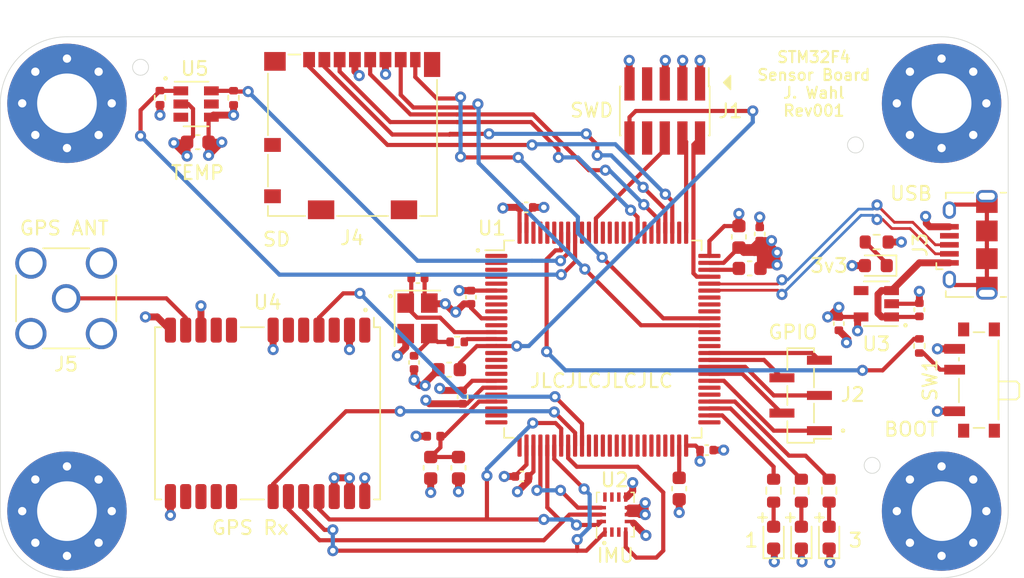
<source format=kicad_pcb>
(kicad_pcb (version 20171130) (host pcbnew "(5.1.10)-1")
  (layers (0 F.Cu signal) (1 In1.Cu power) (2 In2.Cu power) (31 B.Cu signal) (34 B.Paste user) (35 F.Paste user) (36 B.SilkS user) (37 F.SilkS user) (38 B.Mask user) (39 F.Mask user) (44 Edge.Cuts user))
  (net 0 "")
  (net 1 "Net-(C1-Pad1)")
  (net 2 GND)
  (net 3 "Net-(C2-Pad1)")
  (net 4 "Net-(C3-Pad1)")
  (net 5 "Net-(C4-Pad1)")
  (net 6 nRST)
  (net 7 +3.3VA)
  (net 8 +3V3)
  (net 9 +5V)
  (net 10 "Net-(D1-Pad2)")
  (net 11 "Net-(D2-Pad2)")
  (net 12 "Net-(D3-Pad2)")
  (net 13 "Net-(D4-Pad1)")
  (net 14 SW_DIO)
  (net 15 SW_CLK)
  (net 16 SW_O)
  (net 17 "Net-(J1-Pad7)")
  (net 18 "Net-(J1-Pad8)")
  (net 19 GPIO_0)
  (net 20 GPIO_2)
  (net 21 GPIO_4)
  (net 22 GPIO_1)
  (net 23 GPIO_3)
  (net 24 "Net-(J3-Pad6)")
  (net 25 "Net-(J3-Pad4)")
  (net 26 SDIO_D2)
  (net 27 SDIO_D1)
  (net 28 SDIO_D3)
  (net 29 SDIO_CMD)
  (net 30 SDIO_CLK)
  (net 31 SDIO_D0)
  (net 32 "Net-(J4-Pad9)")
  (net 33 "Net-(J5-Pad1)")
  (net 34 "Net-(R1-Pad1)")
  (net 35 LED01)
  (net 36 LED02)
  (net 37 LED03)
  (net 38 BOOT0)
  (net 39 "Net-(R6-Pad1)")
  (net 40 I2C1_SCL)
  (net 41 I2C1_SDA)
  (net 42 "Net-(U1-Pad1)")
  (net 43 "Net-(U1-Pad2)")
  (net 44 "Net-(U1-Pad3)")
  (net 45 "Net-(U1-Pad4)")
  (net 46 "Net-(U1-Pad5)")
  (net 47 "Net-(U1-Pad7)")
  (net 48 "Net-(U1-Pad8)")
  (net 49 "Net-(U1-Pad9)")
  (net 50 "Net-(U1-Pad15)")
  (net 51 "Net-(U1-Pad16)")
  (net 52 "Net-(U1-Pad17)")
  (net 53 "Net-(U1-Pad18)")
  (net 54 "Net-(U1-Pad21)")
  (net 55 "Net-(U1-Pad23)")
  (net 56 "Net-(U1-Pad24)")
  (net 57 "Net-(U1-Pad25)")
  (net 58 "Net-(U1-Pad26)")
  (net 59 IMU_NSS)
  (net 60 SPI1_SCK)
  (net 61 SPI1_MISO)
  (net 62 SPI1_MOSI)
  (net 63 IMU_INT)
  (net 64 GPS_NSS)
  (net 65 GPS_INT)
  (net 66 "Net-(U1-Pad36)")
  (net 67 "Net-(U1-Pad37)")
  (net 68 "Net-(U1-Pad38)")
  (net 69 "Net-(U1-Pad39)")
  (net 70 "Net-(U1-Pad40)")
  (net 71 "Net-(U1-Pad41)")
  (net 72 "Net-(U1-Pad42)")
  (net 73 "Net-(U1-Pad43)")
  (net 74 "Net-(U1-Pad44)")
  (net 75 "Net-(U1-Pad45)")
  (net 76 "Net-(U1-Pad46)")
  (net 77 "Net-(U1-Pad47)")
  (net 78 "Net-(U1-Pad48)")
  (net 79 "Net-(U1-Pad51)")
  (net 80 "Net-(U1-Pad55)")
  (net 81 "Net-(U1-Pad56)")
  (net 82 "Net-(U1-Pad62)")
  (net 83 "Net-(U1-Pad63)")
  (net 84 "Net-(U1-Pad64)")
  (net 85 "Net-(U1-Pad67)")
  (net 86 "Net-(U1-Pad68)")
  (net 87 "Net-(U1-Pad69)")
  (net 88 "Net-(U1-Pad77)")
  (net 89 "Net-(U1-Pad81)")
  (net 90 "Net-(U1-Pad82)")
  (net 91 "Net-(U1-Pad84)")
  (net 92 "Net-(U1-Pad85)")
  (net 93 "Net-(U1-Pad86)")
  (net 94 "Net-(U1-Pad87)")
  (net 95 "Net-(U1-Pad88)")
  (net 96 "Net-(U1-Pad90)")
  (net 97 "Net-(U1-Pad91)")
  (net 98 "Net-(U1-Pad95)")
  (net 99 "Net-(U1-Pad96)")
  (net 100 "Net-(U1-Pad97)")
  (net 101 "Net-(U1-Pad98)")
  (net 102 "Net-(U2-Pad2)")
  (net 103 "Net-(U2-Pad3)")
  (net 104 "Net-(U2-Pad9)")
  (net 105 "Net-(U2-Pad10)")
  (net 106 "Net-(U2-Pad11)")
  (net 107 "Net-(U3-Pad4)")
  (net 108 "Net-(U4-Pad1)")
  (net 109 "Net-(U4-Pad3)")
  (net 110 "Net-(U4-Pad5)")
  (net 111 "Net-(U4-Pad6)")
  (net 112 "Net-(U4-Pad8)")
  (net 113 "Net-(U4-Pad9)")
  (net 114 "Net-(U4-Pad14)")
  (net 115 "Net-(U4-Pad15)")
  (net 116 "Net-(U4-Pad16)")
  (net 117 "Net-(U4-Pad17)")
  (net 118 "Net-(U5-Pad3)")
  (net 119 "Net-(U5-Pad5)")
  (net 120 USB_D-)
  (net 121 USB_D+)
  (module Capacitor_SMD:C_0402_1005Metric (layer F.Cu) (at -260.52 104.6)
    (fp_text reference C1)
    (fp_text value 6.8p)
    (pad 1 smd roundrect (at -0.48 0) (size 0.56 0.62) (layers F.Cu F.Paste F.Mask) (net 1 "Net-(C1-Pad1)"))
    (pad 2 smd roundrect (at 0.48 0) (size 0.56 0.62) (layers F.Cu F.Paste F.Mask) (net 2 GND))
  )
  (module Capacitor_SMD:C_0603_1608Metric (layer F.Cu) (at -241.7 119.775 270)
    (fp_text reference C2)
    (fp_text value 2.2u)
    (pad 1 smd roundrect (at -0.775 0 270) (size 0.9 0.95) (layers F.Cu F.Paste F.Mask) (net 3 "Net-(C2-Pad1)"))
    (pad 2 smd roundrect (at 0.775 0 270) (size 0.9 0.95) (layers F.Cu F.Paste F.Mask) (net 2 GND))
  )
  (module Capacitor_SMD:C_0402_1005Metric (layer F.Cu) (at -260.8 110.68 270)
    (fp_text reference C3)
    (fp_text value 6.8p)
    (pad 2 smd roundrect (at 0.48 0 270) (size 0.56 0.62) (layers F.Cu F.Paste F.Mask) (net 2 GND))
    (pad 1 smd roundrect (at -0.48 0 270) (size 0.56 0.62) (layers F.Cu F.Paste F.Mask) (net 4 "Net-(C3-Pad1)"))
  )
  (module Capacitor_SMD:C_0603_1608Metric (layer F.Cu) (at -236.625 103.9)
    (fp_text reference C4)
    (fp_text value 2.2u)
    (pad 2 smd roundrect (at 0.775 0) (size 0.9 0.95) (layers F.Cu F.Paste F.Mask) (net 2 GND))
    (pad 1 smd roundrect (at -0.775 0) (size 0.9 0.95) (layers F.Cu F.Paste F.Mask) (net 5 "Net-(C4-Pad1)"))
  )
  (module Capacitor_SMD:C_0603_1608Metric (layer F.Cu) (at -258.275 111.2 180)
    (fp_text reference C5)
    (fp_text value 0.1u)
    (pad 1 smd roundrect (at -0.775 0 180) (size 0.9 0.95) (layers F.Cu F.Paste F.Mask) (net 6 nRST))
    (pad 2 smd roundrect (at 0.775 0 180) (size 0.9 0.95) (layers F.Cu F.Paste F.Mask) (net 2 GND))
  )
  (module Capacitor_SMD:C_0603_1608Metric (layer F.Cu) (at -257.6 118.275 270)
    (fp_text reference C6)
    (fp_text value 100n)
    (pad 1 smd roundrect (at -0.775 0 270) (size 0.9 0.95) (layers F.Cu F.Paste F.Mask) (net 7 +3.3VA))
    (pad 2 smd roundrect (at 0.775 0 270) (size 0.9 0.95) (layers F.Cu F.Paste F.Mask) (net 2 GND))
  )
  (module Capacitor_SMD:C_0603_1608Metric (layer F.Cu) (at -259.6 118.275 270)
    (fp_text reference C7)
    (fp_text value 1u)
    (pad 2 smd roundrect (at 0.775 0 270) (size 0.9 0.95) (layers F.Cu F.Paste F.Mask) (net 2 GND))
    (pad 1 smd roundrect (at -0.775 0 270) (size 0.9 0.95) (layers F.Cu F.Paste F.Mask) (net 7 +3.3VA))
  )
  (module Capacitor_SMD:C_0603_1608Metric (layer F.Cu) (at -237.4 101.625 270)
    (fp_text reference C8)
    (fp_text value 4.7u)
    (pad 2 smd roundrect (at 0.775 0 270) (size 0.9 0.95) (layers F.Cu F.Paste F.Mask) (net 2 GND))
    (pad 1 smd roundrect (at -0.775 0 270) (size 0.9 0.95) (layers F.Cu F.Paste F.Mask) (net 8 +3V3))
  )
  (module Capacitor_SMD:C_0402_1005Metric (layer F.Cu) (at -235.9 101.42 270)
    (fp_text reference C9)
    (fp_text value 100n)
    (pad 1 smd roundrect (at -0.48 0 270) (size 0.56 0.62) (layers F.Cu F.Paste F.Mask) (net 8 +3V3))
    (pad 2 smd roundrect (at 0.48 0 270) (size 0.56 0.62) (layers F.Cu F.Paste F.Mask) (net 2 GND))
  )
  (module Capacitor_SMD:C_0402_1005Metric (layer F.Cu) (at -224.4 106.88 90)
    (fp_text reference C10)
    (fp_text value 100n)
    (pad 2 smd roundrect (at 0.48 0 90) (size 0.56 0.62) (layers F.Cu F.Paste F.Mask) (net 2 GND))
    (pad 1 smd roundrect (at -0.48 0 90) (size 0.56 0.62) (layers F.Cu F.Paste F.Mask) (net 9 +5V))
  )
  (module Capacitor_SMD:C_0402_1005Metric (layer F.Cu) (at -239.72 117)
    (fp_text reference C11)
    (fp_text value 100n)
    (pad 1 smd roundrect (at -0.48 0) (size 0.56 0.62) (layers F.Cu F.Paste F.Mask) (net 8 +3V3))
    (pad 2 smd roundrect (at 0.48 0) (size 0.56 0.62) (layers F.Cu F.Paste F.Mask) (net 2 GND))
  )
  (module Capacitor_SMD:C_0402_1005Metric (layer F.Cu) (at -253.03 118.9 180)
    (fp_text reference C12)
    (fp_text value 100n)
    (pad 2 smd roundrect (at 0.48 0 180) (size 0.56 0.62) (layers F.Cu F.Paste F.Mask) (net 2 GND))
    (pad 1 smd roundrect (at -0.48 0 180) (size 0.56 0.62) (layers F.Cu F.Paste F.Mask) (net 8 +3V3))
  )
  (module Capacitor_SMD:C_0402_1005Metric (layer F.Cu) (at -252.72 99.5)
    (fp_text reference C13)
    (fp_text value 100n)
    (pad 1 smd roundrect (at -0.48 0) (size 0.56 0.62) (layers F.Cu F.Paste F.Mask) (net 8 +3V3))
    (pad 2 smd roundrect (at 0.48 0) (size 0.56 0.62) (layers F.Cu F.Paste F.Mask) (net 2 GND))
  )
  (module Capacitor_SMD:C_0402_1005Metric (layer F.Cu) (at -230.2 107.88 270)
    (fp_text reference C14)
    (fp_text value 100n)
    (pad 1 smd roundrect (at -0.48 0 270) (size 0.56 0.62) (layers F.Cu F.Paste F.Mask) (net 8 +3V3))
    (pad 2 smd roundrect (at 0.48 0 270) (size 0.56 0.62) (layers F.Cu F.Paste F.Mask) (net 2 GND))
  )
  (module Capacitor_SMD:C_0402_1005Metric (layer F.Cu) (at -256.7 105.98 270)
    (fp_text reference C15)
    (fp_text value 100n)
    (pad 1 smd roundrect (at -0.48 0 270) (size 0.56 0.62) (layers F.Cu F.Paste F.Mask) (net 8 +3V3))
    (pad 2 smd roundrect (at 0.48 0 270) (size 0.56 0.62) (layers F.Cu F.Paste F.Mask) (net 2 GND))
  )
  (module Capacitor_SMD:C_0402_1005Metric (layer F.Cu) (at -257.3 113.18 270)
    (fp_text reference C16)
    (fp_text value 100n)
    (pad 2 smd roundrect (at 0.48 0 270) (size 0.56 0.62) (layers F.Cu F.Paste F.Mask) (net 2 GND))
    (pad 1 smd roundrect (at -0.48 0 270) (size 0.56 0.62) (layers F.Cu F.Paste F.Mask) (net 8 +3V3))
  )
  (module Capacitor_SMD:C_0603_1608Metric (layer F.Cu) (at -276.375 94.8 180)
    (fp_text reference C26)
    (fp_text value 0.1u)
    (pad 1 smd roundrect (at -0.775 0 180) (size 0.9 0.95) (layers F.Cu F.Paste F.Mask) (net 8 +3V3))
    (pad 2 smd roundrect (at 0.775 0 180) (size 0.9 0.95) (layers F.Cu F.Paste F.Mask) (net 2 GND))
  )
  (module LED_SMD:LED_0603_1608Metric (layer F.Cu) (at -234.9 123.3125 90)
    (fp_text reference D1)
    (fp_text value RED)
    (pad 1 smd roundrect (at -0.7875 0 90) (size 0.875 0.95) (layers F.Cu F.Paste F.Mask) (net 2 GND))
    (pad 2 smd roundrect (at 0.7875 0 90) (size 0.875 0.95) (layers F.Cu F.Paste F.Mask) (net 10 "Net-(D1-Pad2)"))
  )
  (module LED_SMD:LED_0603_1608Metric (layer F.Cu) (at -232.9 123.3125 90)
    (fp_text reference D2)
    (fp_text value ORG)
    (pad 1 smd roundrect (at -0.7875 0 90) (size 0.875 0.95) (layers F.Cu F.Paste F.Mask) (net 2 GND))
    (pad 2 smd roundrect (at 0.7875 0 90) (size 0.875 0.95) (layers F.Cu F.Paste F.Mask) (net 11 "Net-(D2-Pad2)"))
  )
  (module LED_SMD:LED_0603_1608Metric (layer F.Cu) (at -230.9 123.3125 90)
    (fp_text reference D3)
    (fp_text value YEL)
    (pad 2 smd roundrect (at 0.7875 0 90) (size 0.875 0.95) (layers F.Cu F.Paste F.Mask) (net 12 "Net-(D3-Pad2)"))
    (pad 1 smd roundrect (at -0.7875 0 90) (size 0.875 0.95) (layers F.Cu F.Paste F.Mask) (net 2 GND))
  )
  (module LED_SMD:LED_0603_1608Metric (layer F.Cu) (at -227.5375 103.7 180)
    (fp_text reference D4)
    (fp_text value YEL)
    (pad 2 smd roundrect (at 0.7875 0 180) (size 0.875 0.95) (layers F.Cu F.Paste F.Mask) (net 8 +3V3))
    (pad 1 smd roundrect (at -0.7875 0 180) (size 0.875 0.95) (layers F.Cu F.Paste F.Mask) (net 13 "Net-(D4-Pad1)"))
  )
  (module Connector_PinHeader_1.27mm:PinHeader_2x05_P1.27mm_Vertical_SMD (layer F.Cu) (at -242.74 92.55 270)
    (fp_text reference J1 (at 0 -4.73 180) (layer F.SilkS))
    (fp_text value Conn_02x05_Odd_Even)
    (pad 1 smd rect (at -1.95 -2.54 270) (size 2.4 0.74) (layers F.Cu F.Paste F.Mask) (net 8 +3V3))
    (pad 2 smd rect (at 1.95 -2.54 270) (size 2.4 0.74) (layers F.Cu F.Paste F.Mask) (net 14 SW_DIO))
    (pad 3 smd rect (at -1.95 -1.27 270) (size 2.4 0.74) (layers F.Cu F.Paste F.Mask) (net 2 GND))
    (pad 4 smd rect (at 1.95 -1.27 270) (size 2.4 0.74) (layers F.Cu F.Paste F.Mask) (net 15 SW_CLK))
    (pad 5 smd rect (at -1.95 0 270) (size 2.4 0.74) (layers F.Cu F.Paste F.Mask) (net 2 GND))
    (pad 6 smd rect (at 1.95 0 270) (size 2.4 0.74) (layers F.Cu F.Paste F.Mask) (net 16 SW_O))
    (pad 7 smd rect (at -1.95 1.27 270) (size 2.4 0.74) (layers F.Cu F.Paste F.Mask) (net 17 "Net-(J1-Pad7)"))
    (pad 8 smd rect (at 1.95 1.27 270) (size 2.4 0.74) (layers F.Cu F.Paste F.Mask) (net 18 "Net-(J1-Pad8)"))
    (pad 9 smd rect (at -1.95 2.54 270) (size 2.4 0.74) (layers F.Cu F.Paste F.Mask) (net 2 GND))
    (pad 10 smd rect (at 1.95 2.54 270) (size 2.4 0.74) (layers F.Cu F.Paste F.Mask) (net 6 nRST))
  )
  (module Connector_PinSocket_1.27mm:PinSocket_1x05_P1.27mm_Vertical_SMD_Pin1Left (layer F.Cu) (at -232.95 113.06 180)
    (fp_text reference J2 (at -3.75 0.06) (layer F.SilkS))
    (fp_text value Conn_01x05_Female)
    (pad 1 smd rect (at -1.35 -2.54 180) (size 1.8 0.65) (layers F.Cu F.Paste F.Mask) (net 19 GPIO_0))
    (pad 3 smd rect (at -1.35 0 180) (size 1.8 0.65) (layers F.Cu F.Paste F.Mask) (net 20 GPIO_2))
    (pad 5 smd rect (at -1.35 2.54 180) (size 1.8 0.65) (layers F.Cu F.Paste F.Mask) (net 21 GPIO_4))
    (pad 2 smd rect (at 1.35 -1.27 180) (size 1.8 0.65) (layers F.Cu F.Paste F.Mask) (net 22 GPIO_1))
    (pad 4 smd rect (at 1.35 1.27 180) (size 1.8 0.65) (layers F.Cu F.Paste F.Mask) (net 23 GPIO_3))
  )
  (module Connector_Card:microSD_HC_Molex_104031-0811 (layer F.Cu) (at -265.255 94.3)
    (fp_text reference J4 (at 0 7.4) (layer F.SilkS))
    (fp_text value Micro_SD_Card)
    (pad 1 smd rect (at -3.105 -5.45) (size 0.85 1.1) (layers F.Cu F.Paste F.Mask) (net 26 SDIO_D2))
    (pad 8 smd rect (at 4.545 -5.45) (size 0.75 1.1) (layers F.Cu F.Paste F.Mask) (net 27 SDIO_D1))
    (pad 2 smd rect (at -2.005 -5.45) (size 0.85 1.1) (layers F.Cu F.Paste F.Mask) (net 28 SDIO_D3))
    (pad 3 smd rect (at -0.905 -5.45) (size 0.85 1.1) (layers F.Cu F.Paste F.Mask) (net 29 SDIO_CMD))
    (pad 4 smd rect (at 0.195 -5.45) (size 0.85 1.1) (layers F.Cu F.Paste F.Mask) (net 8 +3V3))
    (pad 5 smd rect (at 1.295 -5.45) (size 0.85 1.1) (layers F.Cu F.Paste F.Mask) (net 30 SDIO_CLK))
    (pad 6 smd rect (at 2.395 -5.45) (size 0.85 1.1) (layers F.Cu F.Paste F.Mask) (net 2 GND))
    (pad 7 smd rect (at 3.495 -5.45) (size 0.85 1.1) (layers F.Cu F.Paste F.Mask) (net 31 SDIO_D0))
    (pad 11 smd rect (at 5.755 -5.1) (size 1.17 1.8) (layers F.Cu F.Paste F.Mask))
    (pad 11 smd rect (at -5.565 -5.325) (size 1.55 1.35) (layers F.Cu F.Paste F.Mask))
    (pad 10 smd rect (at -5.74 4.4) (size 1.2 1) (layers F.Cu F.Paste F.Mask))
    (pad 9 smd rect (at -5.74 0.7) (size 1.2 1) (layers F.Cu F.Paste F.Mask) (net 32 "Net-(J4-Pad9)"))
    (pad 11 smd rect (at -2.24 5.375) (size 1.9 1.35) (layers F.Cu F.Paste F.Mask))
    (pad 11 smd rect (at 3.73 5.375) (size 1.9 1.35) (layers F.Cu F.Paste F.Mask))
  )
  (module Inductor_SMD:L_0402_1005Metric (layer F.Cu) (at -259.385 116)
    (fp_text reference L1)
    (fp_text value 39n)
    (pad 1 smd roundrect (at -0.485 0) (size 0.59 0.64) (layers F.Cu F.Paste F.Mask) (net 8 +3V3))
    (pad 2 smd roundrect (at 0.485 0) (size 0.59 0.64) (layers F.Cu F.Paste F.Mask) (net 7 +3.3VA))
  )
  (module Resistor_SMD:R_0402_1005Metric (layer F.Cu) (at -257.69 109.2 180)
    (fp_text reference R1)
    (fp_text value 47)
    (pad 1 smd roundrect (at -0.51 0 180) (size 0.54 0.64) (layers F.Cu F.Paste F.Mask) (net 34 "Net-(R1-Pad1)"))
    (pad 2 smd roundrect (at 0.51 0 180) (size 0.54 0.64) (layers F.Cu F.Paste F.Mask) (net 4 "Net-(C3-Pad1)"))
  )
  (module Resistor_SMD:R_0603_1608Metric (layer F.Cu) (at -234.9 119.925 270)
    (fp_text reference R2)
    (fp_text value 1k)
    (pad 1 smd roundrect (at -0.825 0 270) (size 0.8 0.95) (layers F.Cu F.Paste F.Mask) (net 35 LED01))
    (pad 2 smd roundrect (at 0.825 0 270) (size 0.8 0.95) (layers F.Cu F.Paste F.Mask) (net 10 "Net-(D1-Pad2)"))
  )
  (module Resistor_SMD:R_0603_1608Metric (layer F.Cu) (at -232.9 119.925 270)
    (fp_text reference R3)
    (fp_text value 1k)
    (pad 2 smd roundrect (at 0.825 0 270) (size 0.8 0.95) (layers F.Cu F.Paste F.Mask) (net 11 "Net-(D2-Pad2)"))
    (pad 1 smd roundrect (at -0.825 0 270) (size 0.8 0.95) (layers F.Cu F.Paste F.Mask) (net 36 LED02))
  )
  (module Resistor_SMD:R_0603_1608Metric (layer F.Cu) (at -230.9 119.925 270)
    (fp_text reference R4)
    (fp_text value 1k)
    (pad 2 smd roundrect (at 0.825 0 270) (size 0.8 0.95) (layers F.Cu F.Paste F.Mask) (net 12 "Net-(D3-Pad2)"))
    (pad 1 smd roundrect (at -0.825 0 270) (size 0.8 0.95) (layers F.Cu F.Paste F.Mask) (net 37 LED03))
  )
  (module Resistor_SMD:R_0603_1608Metric (layer F.Cu) (at -227.475 102)
    (fp_text reference R5)
    (fp_text value 1k)
    (pad 1 smd roundrect (at -0.825 0) (size 0.8 0.95) (layers F.Cu F.Paste F.Mask) (net 13 "Net-(D4-Pad1)"))
    (pad 2 smd roundrect (at 0.825 0) (size 0.8 0.95) (layers F.Cu F.Paste F.Mask) (net 2 GND))
  )
  (module Resistor_SMD:R_0402_1005Metric (layer F.Cu) (at -224.4 109.49 90)
    (fp_text reference R6)
    (fp_text value 10k)
    (pad 2 smd roundrect (at 0.51 0 90) (size 0.54 0.64) (layers F.Cu F.Paste F.Mask) (net 38 BOOT0))
    (pad 1 smd roundrect (at -0.51 0 90) (size 0.54 0.64) (layers F.Cu F.Paste F.Mask) (net 39 "Net-(R6-Pad1)"))
  )
  (module Resistor_SMD:R_0402_1005Metric (layer F.Cu) (at -279.1 91.59 90)
    (fp_text reference R7)
    (fp_text value 10K)
    (pad 1 smd roundrect (at -0.51 0 90) (size 0.54 0.64) (layers F.Cu F.Paste F.Mask) (net 8 +3V3))
    (pad 2 smd roundrect (at 0.51 0 90) (size 0.54 0.64) (layers F.Cu F.Paste F.Mask) (net 40 I2C1_SCL))
  )
  (module Resistor_SMD:R_0402_1005Metric (layer F.Cu) (at -273.8 91.6 90)
    (fp_text reference R8)
    (fp_text value 10K)
    (pad 2 smd roundrect (at 0.51 0 90) (size 0.54 0.64) (layers F.Cu F.Paste F.Mask) (net 41 I2C1_SDA))
    (pad 1 smd roundrect (at -0.51 0 90) (size 0.54 0.64) (layers F.Cu F.Paste F.Mask) (net 8 +3V3))
  )
  (module Button_Switch_SMD:SW_SPDT_PCM12 (layer F.Cu) (at -220.43 111.95 90)
    (fp_text reference SW1 (at 0 -3.2 90) (layer F.SilkS))
    (fp_text value SW_SPDT)
    (pad "" np_thru_hole circle (at -1.5 0.33 90) (size 0.9 0.9) (drill 0.9) (layers *.Cu *.Mask))
    (pad "" np_thru_hole circle (at 1.5 0.33 90) (size 0.9 0.9) (drill 0.9) (layers *.Cu *.Mask))
    (pad 1 smd rect (at -2.25 -1.43 90) (size 0.7 1.5) (layers F.Cu F.Paste F.Mask) (net 8 +3V3))
    (pad 2 smd rect (at 0.75 -1.43 90) (size 0.7 1.5) (layers F.Cu F.Paste F.Mask) (net 39 "Net-(R6-Pad1)"))
    (pad 3 smd rect (at 2.25 -1.43 90) (size 0.7 1.5) (layers F.Cu F.Paste F.Mask) (net 2 GND))
    (pad "" smd rect (at -3.65 1.43 90) (size 1 0.8) (layers F.Cu F.Paste F.Mask))
    (pad "" smd rect (at 3.65 1.43 90) (size 1 0.8) (layers F.Cu F.Paste F.Mask))
    (pad "" smd rect (at 3.65 -0.78 90) (size 1 0.8) (layers F.Cu F.Paste F.Mask))
    (pad "" smd rect (at -3.65 -0.78 90) (size 1 0.8) (layers F.Cu F.Paste F.Mask))
  )
  (module Package_QFP:LQFP-100_14x14mm_P0.5mm (layer F.Cu) (at -247.2 109)
    (fp_text reference U1 (at -8 -8) (layer F.SilkS))
    (fp_text value STM32F407VETx)
    (pad 1 smd roundrect (at -7.675 -6) (size 1.6 0.3) (layers F.Cu F.Paste F.Mask) (net 42 "Net-(U1-Pad1)"))
    (pad 2 smd roundrect (at -7.675 -5.5) (size 1.6 0.3) (layers F.Cu F.Paste F.Mask) (net 43 "Net-(U1-Pad2)"))
    (pad 3 smd roundrect (at -7.675 -5) (size 1.6 0.3) (layers F.Cu F.Paste F.Mask) (net 44 "Net-(U1-Pad3)"))
    (pad 4 smd roundrect (at -7.675 -4.5) (size 1.6 0.3) (layers F.Cu F.Paste F.Mask) (net 45 "Net-(U1-Pad4)"))
    (pad 5 smd roundrect (at -7.675 -4) (size 1.6 0.3) (layers F.Cu F.Paste F.Mask) (net 46 "Net-(U1-Pad5)"))
    (pad 6 smd roundrect (at -7.675 -3.5) (size 1.6 0.3) (layers F.Cu F.Paste F.Mask) (net 8 +3V3))
    (pad 7 smd roundrect (at -7.675 -3) (size 1.6 0.3) (layers F.Cu F.Paste F.Mask) (net 47 "Net-(U1-Pad7)"))
    (pad 8 smd roundrect (at -7.675 -2.5) (size 1.6 0.3) (layers F.Cu F.Paste F.Mask) (net 48 "Net-(U1-Pad8)"))
    (pad 9 smd roundrect (at -7.675 -2) (size 1.6 0.3) (layers F.Cu F.Paste F.Mask) (net 49 "Net-(U1-Pad9)"))
    (pad 10 smd roundrect (at -7.675 -1.5) (size 1.6 0.3) (layers F.Cu F.Paste F.Mask) (net 2 GND))
    (pad 11 smd roundrect (at -7.675 -1) (size 1.6 0.3) (layers F.Cu F.Paste F.Mask) (net 8 +3V3))
    (pad 12 smd roundrect (at -7.675 -0.5) (size 1.6 0.3) (layers F.Cu F.Paste F.Mask) (net 1 "Net-(C1-Pad1)"))
    (pad 13 smd roundrect (at -7.675 0) (size 1.6 0.3) (layers F.Cu F.Paste F.Mask) (net 34 "Net-(R1-Pad1)"))
    (pad 14 smd roundrect (at -7.675 0.5) (size 1.6 0.3) (layers F.Cu F.Paste F.Mask) (net 6 nRST))
    (pad 15 smd roundrect (at -7.675 1) (size 1.6 0.3) (layers F.Cu F.Paste F.Mask) (net 50 "Net-(U1-Pad15)"))
    (pad 16 smd roundrect (at -7.675 1.5) (size 1.6 0.3) (layers F.Cu F.Paste F.Mask) (net 51 "Net-(U1-Pad16)"))
    (pad 17 smd roundrect (at -7.675 2) (size 1.6 0.3) (layers F.Cu F.Paste F.Mask) (net 52 "Net-(U1-Pad17)"))
    (pad 18 smd roundrect (at -7.675 2.5) (size 1.6 0.3) (layers F.Cu F.Paste F.Mask) (net 53 "Net-(U1-Pad18)"))
    (pad 19 smd roundrect (at -7.675 3) (size 1.6 0.3) (layers F.Cu F.Paste F.Mask) (net 8 +3V3))
    (pad 20 smd roundrect (at -7.675 3.5) (size 1.6 0.3) (layers F.Cu F.Paste F.Mask) (net 2 GND))
    (pad 21 smd roundrect (at -7.675 4) (size 1.6 0.3) (layers F.Cu F.Paste F.Mask) (net 54 "Net-(U1-Pad21)"))
    (pad 22 smd roundrect (at -7.675 4.5) (size 1.6 0.3) (layers F.Cu F.Paste F.Mask) (net 7 +3.3VA))
    (pad 23 smd roundrect (at -7.675 5) (size 1.6 0.3) (layers F.Cu F.Paste F.Mask) (net 55 "Net-(U1-Pad23)"))
    (pad 24 smd roundrect (at -7.675 5.5) (size 1.6 0.3) (layers F.Cu F.Paste F.Mask) (net 56 "Net-(U1-Pad24)"))
    (pad 25 smd roundrect (at -7.675 6) (size 1.6 0.3) (layers F.Cu F.Paste F.Mask) (net 57 "Net-(U1-Pad25)"))
    (pad 26 smd roundrect (at -6 7.675) (size 0.3 1.6) (layers F.Cu F.Paste F.Mask) (net 58 "Net-(U1-Pad26)"))
    (pad 27 smd roundrect (at -5.5 7.675) (size 0.3 1.6) (layers F.Cu F.Paste F.Mask) (net 2 GND))
    (pad 28 smd roundrect (at -5 7.675) (size 0.3 1.6) (layers F.Cu F.Paste F.Mask) (net 8 +3V3))
    (pad 29 smd roundrect (at -4.5 7.675) (size 0.3 1.6) (layers F.Cu F.Paste F.Mask) (net 59 IMU_NSS))
    (pad 30 smd roundrect (at -4 7.675) (size 0.3 1.6) (layers F.Cu F.Paste F.Mask) (net 60 SPI1_SCK))
    (pad 31 smd roundrect (at -3.5 7.675) (size 0.3 1.6) (layers F.Cu F.Paste F.Mask) (net 61 SPI1_MISO))
    (pad 32 smd roundrect (at -3 7.675) (size 0.3 1.6) (layers F.Cu F.Paste F.Mask) (net 62 SPI1_MOSI))
    (pad 33 smd roundrect (at -2.5 7.675) (size 0.3 1.6) (layers F.Cu F.Paste F.Mask) (net 63 IMU_INT))
    (pad 34 smd roundrect (at -2 7.675) (size 0.3 1.6) (layers F.Cu F.Paste F.Mask) (net 64 GPS_NSS))
    (pad 35 smd roundrect (at -1.5 7.675) (size 0.3 1.6) (layers F.Cu F.Paste F.Mask) (net 65 GPS_INT))
    (pad 36 smd roundrect (at -1 7.675) (size 0.3 1.6) (layers F.Cu F.Paste F.Mask) (net 66 "Net-(U1-Pad36)"))
    (pad 37 smd roundrect (at -0.5 7.675) (size 0.3 1.6) (layers F.Cu F.Paste F.Mask) (net 67 "Net-(U1-Pad37)"))
    (pad 38 smd roundrect (at 0 7.675) (size 0.3 1.6) (layers F.Cu F.Paste F.Mask) (net 68 "Net-(U1-Pad38)"))
    (pad 39 smd roundrect (at 0.5 7.675) (size 0.3 1.6) (layers F.Cu F.Paste F.Mask) (net 69 "Net-(U1-Pad39)"))
    (pad 40 smd roundrect (at 1 7.675) (size 0.3 1.6) (layers F.Cu F.Paste F.Mask) (net 70 "Net-(U1-Pad40)"))
    (pad 41 smd roundrect (at 1.5 7.675) (size 0.3 1.6) (layers F.Cu F.Paste F.Mask) (net 71 "Net-(U1-Pad41)"))
    (pad 42 smd roundrect (at 2 7.675) (size 0.3 1.6) (layers F.Cu F.Paste F.Mask) (net 72 "Net-(U1-Pad42)"))
    (pad 43 smd roundrect (at 2.5 7.675) (size 0.3 1.6) (layers F.Cu F.Paste F.Mask) (net 73 "Net-(U1-Pad43)"))
    (pad 44 smd roundrect (at 3 7.675) (size 0.3 1.6) (layers F.Cu F.Paste F.Mask) (net 74 "Net-(U1-Pad44)"))
    (pad 45 smd roundrect (at 3.5 7.675) (size 0.3 1.6) (layers F.Cu F.Paste F.Mask) (net 75 "Net-(U1-Pad45)"))
    (pad 46 smd roundrect (at 4 7.675) (size 0.3 1.6) (layers F.Cu F.Paste F.Mask) (net 76 "Net-(U1-Pad46)"))
    (pad 47 smd roundrect (at 4.5 7.675) (size 0.3 1.6) (layers F.Cu F.Paste F.Mask) (net 77 "Net-(U1-Pad47)"))
    (pad 48 smd roundrect (at 5 7.675) (size 0.3 1.6) (layers F.Cu F.Paste F.Mask) (net 78 "Net-(U1-Pad48)"))
    (pad 49 smd roundrect (at 5.5 7.675) (size 0.3 1.6) (layers F.Cu F.Paste F.Mask) (net 3 "Net-(C2-Pad1)"))
    (pad 50 smd roundrect (at 6 7.675) (size 0.3 1.6) (layers F.Cu F.Paste F.Mask) (net 8 +3V3))
    (pad 51 smd roundrect (at 7.675 6) (size 1.6 0.3) (layers F.Cu F.Paste F.Mask) (net 79 "Net-(U1-Pad51)"))
    (pad 52 smd roundrect (at 7.675 5.5) (size 1.6 0.3) (layers F.Cu F.Paste F.Mask) (net 35 LED01))
    (pad 53 smd roundrect (at 7.675 5) (size 1.6 0.3) (layers F.Cu F.Paste F.Mask) (net 36 LED02))
    (pad 54 smd roundrect (at 7.675 4.5) (size 1.6 0.3) (layers F.Cu F.Paste F.Mask) (net 37 LED03))
    (pad 55 smd roundrect (at 7.675 4) (size 1.6 0.3) (layers F.Cu F.Paste F.Mask) (net 80 "Net-(U1-Pad55)"))
    (pad 56 smd roundrect (at 7.675 3.5) (size 1.6 0.3) (layers F.Cu F.Paste F.Mask) (net 81 "Net-(U1-Pad56)"))
    (pad 57 smd roundrect (at 7.675 3) (size 1.6 0.3) (layers F.Cu F.Paste F.Mask) (net 19 GPIO_0))
    (pad 58 smd roundrect (at 7.675 2.5) (size 1.6 0.3) (layers F.Cu F.Paste F.Mask) (net 22 GPIO_1))
    (pad 59 smd roundrect (at 7.675 2) (size 1.6 0.3) (layers F.Cu F.Paste F.Mask) (net 20 GPIO_2))
    (pad 60 smd roundrect (at 7.675 1.5) (size 1.6 0.3) (layers F.Cu F.Paste F.Mask) (net 23 GPIO_3))
    (pad 61 smd roundrect (at 7.675 1) (size 1.6 0.3) (layers F.Cu F.Paste F.Mask) (net 21 GPIO_4))
    (pad 62 smd roundrect (at 7.675 0.5) (size 1.6 0.3) (layers F.Cu F.Paste F.Mask) (net 82 "Net-(U1-Pad62)"))
    (pad 63 smd roundrect (at 7.675 0) (size 1.6 0.3) (layers F.Cu F.Paste F.Mask) (net 83 "Net-(U1-Pad63)"))
    (pad 64 smd roundrect (at 7.675 -0.5) (size 1.6 0.3) (layers F.Cu F.Paste F.Mask) (net 84 "Net-(U1-Pad64)"))
    (pad 65 smd roundrect (at 7.675 -1) (size 1.6 0.3) (layers F.Cu F.Paste F.Mask) (net 31 SDIO_D0))
    (pad 66 smd roundrect (at 7.675 -1.5) (size 1.6 0.3) (layers F.Cu F.Paste F.Mask) (net 27 SDIO_D1))
    (pad 67 smd roundrect (at 7.675 -2) (size 1.6 0.3) (layers F.Cu F.Paste F.Mask) (net 85 "Net-(U1-Pad67)"))
    (pad 68 smd roundrect (at 7.675 -2.5) (size 1.6 0.3) (layers F.Cu F.Paste F.Mask) (net 86 "Net-(U1-Pad68)"))
    (pad 69 smd roundrect (at 7.675 -3) (size 1.6 0.3) (layers F.Cu F.Paste F.Mask) (net 87 "Net-(U1-Pad69)"))
    (pad 70 smd roundrect (at 7.675 -3.5) (size 1.6 0.3) (layers F.Cu F.Paste F.Mask) (net 120 USB_D-))
    (pad 71 smd roundrect (at 7.675 -4) (size 1.6 0.3) (layers F.Cu F.Paste F.Mask) (net 121 USB_D+))
    (pad 72 smd roundrect (at 7.675 -4.5) (size 1.6 0.3) (layers F.Cu F.Paste F.Mask) (net 14 SW_DIO))
    (pad 73 smd roundrect (at 7.675 -5) (size 1.6 0.3) (layers F.Cu F.Paste F.Mask) (net 5 "Net-(C4-Pad1)"))
    (pad 74 smd roundrect (at 7.675 -5.5) (size 1.6 0.3) (layers F.Cu F.Paste F.Mask) (net 2 GND))
    (pad 75 smd roundrect (at 7.675 -6) (size 1.6 0.3) (layers F.Cu F.Paste F.Mask) (net 8 +3V3))
    (pad 76 smd roundrect (at 6 -7.675) (size 0.3 1.6) (layers F.Cu F.Paste F.Mask) (net 15 SW_CLK))
    (pad 77 smd roundrect (at 5.5 -7.675) (size 0.3 1.6) (layers F.Cu F.Paste F.Mask) (net 88 "Net-(U1-Pad77)"))
    (pad 78 smd roundrect (at 5 -7.675) (size 0.3 1.6) (layers F.Cu F.Paste F.Mask) (net 26 SDIO_D2))
    (pad 79 smd roundrect (at 4.5 -7.675) (size 0.3 1.6) (layers F.Cu F.Paste F.Mask) (net 28 SDIO_D3))
    (pad 80 smd roundrect (at 4 -7.675) (size 0.3 1.6) (layers F.Cu F.Paste F.Mask) (net 30 SDIO_CLK))
    (pad 81 smd roundrect (at 3.5 -7.675) (size 0.3 1.6) (layers F.Cu F.Paste F.Mask) (net 89 "Net-(U1-Pad81)"))
    (pad 82 smd roundrect (at 3 -7.675) (size 0.3 1.6) (layers F.Cu F.Paste F.Mask) (net 90 "Net-(U1-Pad82)"))
    (pad 83 smd roundrect (at 2.5 -7.675) (size 0.3 1.6) (layers F.Cu F.Paste F.Mask) (net 29 SDIO_CMD))
    (pad 84 smd roundrect (at 2 -7.675) (size 0.3 1.6) (layers F.Cu F.Paste F.Mask) (net 91 "Net-(U1-Pad84)"))
    (pad 85 smd roundrect (at 1.5 -7.675) (size 0.3 1.6) (layers F.Cu F.Paste F.Mask) (net 92 "Net-(U1-Pad85)"))
    (pad 86 smd roundrect (at 1 -7.675) (size 0.3 1.6) (layers F.Cu F.Paste F.Mask) (net 93 "Net-(U1-Pad86)"))
    (pad 87 smd roundrect (at 0.5 -7.675) (size 0.3 1.6) (layers F.Cu F.Paste F.Mask) (net 94 "Net-(U1-Pad87)"))
    (pad 88 smd roundrect (at 0 -7.675) (size 0.3 1.6) (layers F.Cu F.Paste F.Mask) (net 95 "Net-(U1-Pad88)"))
    (pad 89 smd roundrect (at -0.5 -7.675) (size 0.3 1.6) (layers F.Cu F.Paste F.Mask) (net 16 SW_O))
    (pad 90 smd roundrect (at -1 -7.675) (size 0.3 1.6) (layers F.Cu F.Paste F.Mask) (net 96 "Net-(U1-Pad90)"))
    (pad 91 smd roundrect (at -1.5 -7.675) (size 0.3 1.6) (layers F.Cu F.Paste F.Mask) (net 97 "Net-(U1-Pad91)"))
    (pad 92 smd roundrect (at -2 -7.675) (size 0.3 1.6) (layers F.Cu F.Paste F.Mask) (net 40 I2C1_SCL))
    (pad 93 smd roundrect (at -2.5 -7.675) (size 0.3 1.6) (layers F.Cu F.Paste F.Mask) (net 41 I2C1_SDA))
    (pad 94 smd roundrect (at -3 -7.675) (size 0.3 1.6) (layers F.Cu F.Paste F.Mask) (net 38 BOOT0))
    (pad 95 smd roundrect (at -3.5 -7.675) (size 0.3 1.6) (layers F.Cu F.Paste F.Mask) (net 98 "Net-(U1-Pad95)"))
    (pad 96 smd roundrect (at -4 -7.675) (size 0.3 1.6) (layers F.Cu F.Paste F.Mask) (net 99 "Net-(U1-Pad96)"))
    (pad 97 smd roundrect (at -4.5 -7.675) (size 0.3 1.6) (layers F.Cu F.Paste F.Mask) (net 100 "Net-(U1-Pad97)"))
    (pad 98 smd roundrect (at -5 -7.675) (size 0.3 1.6) (layers F.Cu F.Paste F.Mask) (net 101 "Net-(U1-Pad98)"))
    (pad 99 smd roundrect (at -5.5 -7.675) (size 0.3 1.6) (layers F.Cu F.Paste F.Mask) (net 2 GND))
    (pad 100 smd roundrect (at -6 -7.675) (size 0.3 1.6) (layers F.Cu F.Paste F.Mask) (net 8 +3V3))
  )
  (module Package_LGA:Bosch_LGA-14_3x2.5mm_P0.5mm (layer F.Cu) (at -246.3 121.65 90)
    (fp_text reference U2 (at 2.5 -0.05 180) (layer F.SilkS))
    (fp_text value BMI160)
    (pad 13 smd rect (at 0 -1.0125 90) (size 0.25 0.675) (layers F.Cu F.Paste F.Mask) (net 60 SPI1_SCK))
    (pad 14 smd rect (at -0.5 -1.0125 90) (size 0.25 0.675) (layers F.Cu F.Paste F.Mask) (net 62 SPI1_MOSI))
    (pad 12 smd rect (at 0.5 -1.0125 90) (size 0.25 0.675) (layers F.Cu F.Paste F.Mask) (net 59 IMU_NSS))
    (pad 5 smd rect (at -0.5 1.0125 90) (size 0.25 0.675) (layers F.Cu F.Paste F.Mask) (net 8 +3V3))
    (pad 6 smd rect (at 0 1.0125 90) (size 0.25 0.675) (layers F.Cu F.Paste F.Mask) (net 2 GND))
    (pad 7 smd rect (at 0.5 1.0125 90) (size 0.25 0.675) (layers F.Cu F.Paste F.Mask) (net 2 GND))
    (pad 1 smd rect (at -1.2625 -0.75 90) (size 0.675 0.25) (layers F.Cu F.Paste F.Mask) (net 61 SPI1_MISO))
    (pad 2 smd rect (at -1.2625 -0.25 90) (size 0.675 0.25) (layers F.Cu F.Paste F.Mask) (net 102 "Net-(U2-Pad2)"))
    (pad 3 smd rect (at -1.2625 0.25 90) (size 0.675 0.25) (layers F.Cu F.Paste F.Mask) (net 103 "Net-(U2-Pad3)"))
    (pad 4 smd rect (at -1.2625 0.75 90) (size 0.675 0.25) (layers F.Cu F.Paste F.Mask) (net 63 IMU_INT))
    (pad 8 smd rect (at 1.2625 0.75 90) (size 0.675 0.25) (layers F.Cu F.Paste F.Mask) (net 8 +3V3))
    (pad 9 smd rect (at 1.2625 0.25 90) (size 0.675 0.25) (layers F.Cu F.Paste F.Mask) (net 104 "Net-(U2-Pad9)"))
    (pad 10 smd rect (at 1.2625 -0.25 90) (size 0.675 0.25) (layers F.Cu F.Paste F.Mask) (net 105 "Net-(U2-Pad10)"))
    (pad 11 smd rect (at 1.2625 -0.75 90) (size 0.675 0.25) (layers F.Cu F.Paste F.Mask) (net 106 "Net-(U2-Pad11)"))
  )
  (module Package_TO_SOT_SMD:SOT-23-5 (layer F.Cu) (at -227.5 106.45 180)
    (fp_text reference U3 (at 0 -2.9) (layer F.SilkS))
    (fp_text value NCP718xSN330)
    (pad 1 smd rect (at -1.1 -0.95 180) (size 1.06 0.65) (layers F.Cu F.Paste F.Mask) (net 9 +5V))
    (pad 2 smd rect (at -1.1 0 180) (size 1.06 0.65) (layers F.Cu F.Paste F.Mask) (net 2 GND))
    (pad 3 smd rect (at -1.1 0.95 180) (size 1.06 0.65) (layers F.Cu F.Paste F.Mask) (net 9 +5V))
    (pad 4 smd rect (at 1.1 0.95 180) (size 1.06 0.65) (layers F.Cu F.Paste F.Mask) (net 107 "Net-(U3-Pad4)"))
    (pad 5 smd rect (at 1.1 -0.95 180) (size 1.06 0.65) (layers F.Cu F.Paste F.Mask) (net 8 +3V3))
  )
  (module RF_GPS:ublox_NEO (layer F.Cu) (at -271.35 114.35 270)
    (fp_text reference U4 (at -8 0 180) (layer F.SilkS))
    (fp_text value NEO-M8Q)
    (pad 1 smd roundrect (at -6 -7 270) (size 1.8 0.8) (layers F.Cu F.Paste F.Mask) (net 108 "Net-(U4-Pad1)"))
    (pad 2 smd roundrect (at -6 -5.9 270) (size 1.8 0.8) (layers F.Cu F.Paste F.Mask) (net 2 GND))
    (pad 3 smd roundrect (at -6 -4.8 270) (size 1.8 0.8) (layers F.Cu F.Paste F.Mask) (net 109 "Net-(U4-Pad3)"))
    (pad 4 smd roundrect (at -6 -3.7 270) (size 1.8 0.8) (layers F.Cu F.Paste F.Mask) (net 65 GPS_INT))
    (pad 5 smd roundrect (at -6 -2.6 270) (size 1.8 0.8) (layers F.Cu F.Paste F.Mask) (net 110 "Net-(U4-Pad5)"))
    (pad 6 smd roundrect (at -6 -1.5 270) (size 1.8 0.8) (layers F.Cu F.Paste F.Mask) (net 111 "Net-(U4-Pad6)"))
    (pad 7 smd roundrect (at -6 -0.4 270) (size 1.8 0.8) (layers F.Cu F.Paste F.Mask) (net 2 GND))
    (pad 8 smd roundrect (at -6 2.6 270) (size 1.8 0.8) (layers F.Cu F.Paste F.Mask) (net 112 "Net-(U4-Pad8)"))
    (pad 9 smd roundrect (at -6 3.7 270) (size 1.8 0.8) (layers F.Cu F.Paste F.Mask) (net 113 "Net-(U4-Pad9)"))
    (pad 10 smd roundrect (at -6 4.8 270) (size 1.8 0.8) (layers F.Cu F.Paste F.Mask) (net 2 GND))
    (pad 11 smd roundrect (at -6 5.9 270) (size 1.8 0.8) (layers F.Cu F.Paste F.Mask) (net 33 "Net-(J5-Pad1)"))
    (pad 12 smd roundrect (at -6 7 270) (size 1.8 0.8) (layers F.Cu F.Paste F.Mask) (net 2 GND))
    (pad 13 smd roundrect (at 6 7 270) (size 1.8 0.8) (layers F.Cu F.Paste F.Mask) (net 2 GND))
    (pad 14 smd roundrect (at 6 5.9 270) (size 1.8 0.8) (layers F.Cu F.Paste F.Mask) (net 114 "Net-(U4-Pad14)"))
    (pad 15 smd roundrect (at 6 4.8 270) (size 1.8 0.8) (layers F.Cu F.Paste F.Mask) (net 115 "Net-(U4-Pad15)"))
    (pad 16 smd roundrect (at 6 3.7 270) (size 1.8 0.8) (layers F.Cu F.Paste F.Mask) (net 116 "Net-(U4-Pad16)"))
    (pad 17 smd roundrect (at 6 2.6 270) (size 1.8 0.8) (layers F.Cu F.Paste F.Mask) (net 117 "Net-(U4-Pad17)"))
    (pad 18 smd roundrect (at 6 -0.4 270) (size 1.8 0.8) (layers F.Cu F.Paste F.Mask) (net 64 GPS_NSS))
    (pad 19 smd roundrect (at 6 -1.5 270) (size 1.8 0.8) (layers F.Cu F.Paste F.Mask) (net 60 SPI1_SCK))
    (pad 20 smd roundrect (at 6 -2.6 270) (size 1.8 0.8) (layers F.Cu F.Paste F.Mask) (net 61 SPI1_MISO))
    (pad 21 smd roundrect (at 6 -3.7 270) (size 1.8 0.8) (layers F.Cu F.Paste F.Mask) (net 62 SPI1_MOSI))
    (pad 22 smd roundrect (at 6 -4.8 270) (size 1.8 0.8) (layers F.Cu F.Paste F.Mask) (net 8 +3V3))
    (pad 23 smd roundrect (at 6 -5.9 270) (size 1.8 0.8) (layers F.Cu F.Paste F.Mask) (net 8 +3V3))
    (pad 24 smd roundrect (at 6 -7 270) (size 1.8 0.8) (layers F.Cu F.Paste F.Mask) (net 2 GND))
  )
  (module Package_TO_SOT_SMD:SOT-23-6 (layer F.Cu) (at -276.5 92.05)
    (fp_text reference U5 (at -0.1 -2.55) (layer F.SilkS))
    (fp_text value TMP100)
    (pad 1 smd rect (at -1.1 -0.95) (size 1.06 0.65) (layers F.Cu F.Paste F.Mask) (net 40 I2C1_SCL))
    (pad 2 smd rect (at -1.1 0) (size 1.06 0.65) (layers F.Cu F.Paste F.Mask) (net 2 GND))
    (pad 3 smd rect (at -1.1 0.95) (size 1.06 0.65) (layers F.Cu F.Paste F.Mask) (net 118 "Net-(U5-Pad3)"))
    (pad 4 smd rect (at 1.1 0.95) (size 1.06 0.65) (layers F.Cu F.Paste F.Mask) (net 8 +3V3))
    (pad 6 smd rect (at 1.1 -0.95) (size 1.06 0.65) (layers F.Cu F.Paste F.Mask) (net 41 I2C1_SDA))
    (pad 5 smd rect (at 1.1 0) (size 1.06 0.65) (layers F.Cu F.Paste F.Mask) (net 119 "Net-(U5-Pad5)"))
  )
  (module Crystal:Crystal_SMD_3225-4Pin_3.2x2.5mm (layer F.Cu) (at -260.55 107.5 270)
    (fp_text reference Y1)
    (fp_text value 16MHz)
    (pad 1 smd rect (at -1.1 0.85 270) (size 1.4 1.2) (layers F.Cu F.Paste F.Mask) (net 1 "Net-(C1-Pad1)"))
    (pad 2 smd rect (at 1.1 0.85 270) (size 1.4 1.2) (layers F.Cu F.Paste F.Mask) (net 2 GND))
    (pad 3 smd rect (at 1.1 -0.85 270) (size 1.4 1.2) (layers F.Cu F.Paste F.Mask) (net 4 "Net-(C3-Pad1)"))
    (pad 4 smd rect (at -1.1 -0.85 270) (size 1.4 1.2) (layers F.Cu F.Paste F.Mask) (net 2 GND))
  )
  (module MountingHole:MountingHole_4.3mm_M4_Pad_Via (layer F.Cu) (at -222.8 121.4)
    (fp_text reference H1)
    (fp_text value MountingHole_Pad)
    (pad 1 thru_hole circle (at 0 0) (size 8.6 8.6) (drill 4.3) (layers *.Cu *.Mask) (net 2 GND))
    (pad 1 thru_hole circle (at 3.225 0) (size 0.9 0.9) (drill 0.6) (layers *.Cu *.Mask) (net 2 GND))
    (pad 1 thru_hole circle (at 2.280419 2.280419) (size 0.9 0.9) (drill 0.6) (layers *.Cu *.Mask) (net 2 GND))
    (pad 1 thru_hole circle (at 0 3.225) (size 0.9 0.9) (drill 0.6) (layers *.Cu *.Mask) (net 2 GND))
    (pad 1 thru_hole circle (at -2.280419 2.280419) (size 0.9 0.9) (drill 0.6) (layers *.Cu *.Mask) (net 2 GND))
    (pad 1 thru_hole circle (at -3.225 0) (size 0.9 0.9) (drill 0.6) (layers *.Cu *.Mask) (net 2 GND))
    (pad 1 thru_hole circle (at -2.280419 -2.280419) (size 0.9 0.9) (drill 0.6) (layers *.Cu *.Mask) (net 2 GND))
    (pad 1 thru_hole circle (at 0 -3.225) (size 0.9 0.9) (drill 0.6) (layers *.Cu *.Mask) (net 2 GND))
    (pad 1 thru_hole circle (at 2.280419 -2.280419) (size 0.9 0.9) (drill 0.6) (layers *.Cu *.Mask) (net 2 GND))
  )
  (module MountingHole:MountingHole_4.3mm_M4_Pad_Via (layer F.Cu) (at -285.8 121.4)
    (fp_text reference H2)
    (fp_text value MountingHole_Pad)
    (pad 1 thru_hole circle (at 2.280419 -2.280419) (size 0.9 0.9) (drill 0.6) (layers *.Cu *.Mask) (net 2 GND))
    (pad 1 thru_hole circle (at 0 -3.225) (size 0.9 0.9) (drill 0.6) (layers *.Cu *.Mask) (net 2 GND))
    (pad 1 thru_hole circle (at -2.280419 -2.280419) (size 0.9 0.9) (drill 0.6) (layers *.Cu *.Mask) (net 2 GND))
    (pad 1 thru_hole circle (at -3.225 0) (size 0.9 0.9) (drill 0.6) (layers *.Cu *.Mask) (net 2 GND))
    (pad 1 thru_hole circle (at -2.280419 2.280419) (size 0.9 0.9) (drill 0.6) (layers *.Cu *.Mask) (net 2 GND))
    (pad 1 thru_hole circle (at 0 3.225) (size 0.9 0.9) (drill 0.6) (layers *.Cu *.Mask) (net 2 GND))
    (pad 1 thru_hole circle (at 2.280419 2.280419) (size 0.9 0.9) (drill 0.6) (layers *.Cu *.Mask) (net 2 GND))
    (pad 1 thru_hole circle (at 3.225 0) (size 0.9 0.9) (drill 0.6) (layers *.Cu *.Mask) (net 2 GND))
    (pad 1 thru_hole circle (at 0 0) (size 8.6 8.6) (drill 4.3) (layers *.Cu *.Mask) (net 2 GND))
  )
  (module MountingHole:MountingHole_4.3mm_M4_Pad_Via (layer F.Cu) (at -222.8 92)
    (fp_text reference H3)
    (fp_text value MountingHole_Pad)
    (pad 1 thru_hole circle (at 2.280419 -2.280419) (size 0.9 0.9) (drill 0.6) (layers *.Cu *.Mask) (net 2 GND))
    (pad 1 thru_hole circle (at 0 -3.225) (size 0.9 0.9) (drill 0.6) (layers *.Cu *.Mask) (net 2 GND))
    (pad 1 thru_hole circle (at -2.280419 -2.280419) (size 0.9 0.9) (drill 0.6) (layers *.Cu *.Mask) (net 2 GND))
    (pad 1 thru_hole circle (at -3.225 0) (size 0.9 0.9) (drill 0.6) (layers *.Cu *.Mask) (net 2 GND))
    (pad 1 thru_hole circle (at -2.280419 2.280419) (size 0.9 0.9) (drill 0.6) (layers *.Cu *.Mask) (net 2 GND))
    (pad 1 thru_hole circle (at 0 3.225) (size 0.9 0.9) (drill 0.6) (layers *.Cu *.Mask) (net 2 GND))
    (pad 1 thru_hole circle (at 2.280419 2.280419) (size 0.9 0.9) (drill 0.6) (layers *.Cu *.Mask) (net 2 GND))
    (pad 1 thru_hole circle (at 3.225 0) (size 0.9 0.9) (drill 0.6) (layers *.Cu *.Mask) (net 2 GND))
    (pad 1 thru_hole circle (at 0 0) (size 8.6 8.6) (drill 4.3) (layers *.Cu *.Mask) (net 2 GND))
  )
  (module MountingHole:MountingHole_4.3mm_M4_Pad_Via (layer F.Cu) (at -285.8 92)
    (fp_text reference H4)
    (fp_text value MountingHole_Pad)
    (pad 1 thru_hole circle (at 0 0) (size 8.6 8.6) (drill 4.3) (layers *.Cu *.Mask) (net 2 GND))
    (pad 1 thru_hole circle (at 3.225 0) (size 0.9 0.9) (drill 0.6) (layers *.Cu *.Mask) (net 2 GND))
    (pad 1 thru_hole circle (at 2.280419 2.280419) (size 0.9 0.9) (drill 0.6) (layers *.Cu *.Mask) (net 2 GND))
    (pad 1 thru_hole circle (at 0 3.225) (size 0.9 0.9) (drill 0.6) (layers *.Cu *.Mask) (net 2 GND))
    (pad 1 thru_hole circle (at -2.280419 2.280419) (size 0.9 0.9) (drill 0.6) (layers *.Cu *.Mask) (net 2 GND))
    (pad 1 thru_hole circle (at -3.225 0) (size 0.9 0.9) (drill 0.6) (layers *.Cu *.Mask) (net 2 GND))
    (pad 1 thru_hole circle (at -2.280419 -2.280419) (size 0.9 0.9) (drill 0.6) (layers *.Cu *.Mask) (net 2 GND))
    (pad 1 thru_hole circle (at 0 -3.225) (size 0.9 0.9) (drill 0.6) (layers *.Cu *.Mask) (net 2 GND))
    (pad 1 thru_hole circle (at 2.280419 -2.280419) (size 0.9 0.9) (drill 0.6) (layers *.Cu *.Mask) (net 2 GND))
  )
  (module Connector_Coaxial:SMA_Amphenol_132291_Vertical (layer F.Cu) (at -285.86 106.06 180)
    (fp_text reference J5 (at 0 -4.75) (layer F.SilkS))
    (fp_text value Conn_Coaxial)
    (pad 1 thru_hole circle (at 0 0 180) (size 2.05 2.05) (drill 1.5) (layers *.Cu *.Mask) (net 33 "Net-(J5-Pad1)"))
    (pad 2 thru_hole circle (at 2.54 2.54 180) (size 2.25 2.25) (drill 1.7) (layers *.Cu *.Mask) (net 2 GND))
    (pad 2 thru_hole circle (at 2.54 -2.54 180) (size 2.25 2.25) (drill 1.7) (layers *.Cu *.Mask) (net 2 GND))
    (pad 2 thru_hole circle (at -2.54 -2.54 180) (size 2.25 2.25) (drill 1.7) (layers *.Cu *.Mask) (net 2 GND))
    (pad 2 thru_hole circle (at -2.54 2.54 180) (size 2.25 2.25) (drill 1.7) (layers *.Cu *.Mask) (net 2 GND))
  )
  (module Connector_USB:USB_Micro-B_Amphenol_10118194_Horizontal (layer F.Cu) (at -220.8375 102.2 90)
    (fp_text reference J3 (at 0 -3.5 90) (layer F.SilkS))
    (fp_text value USB_B_Micro)
    (pad 1 smd rect (at -1.3 -1.4 90) (size 0.4 1.35) (layers F.Cu F.Paste F.Mask) (net 9 +5V))
    (pad 2 smd rect (at -0.65 -1.4 90) (size 0.4 1.35) (layers F.Cu F.Paste F.Mask) (net 120 USB_D-))
    (pad 3 smd rect (at 0 -1.4 90) (size 0.4 1.35) (layers F.Cu F.Paste F.Mask) (net 121 USB_D+))
    (pad 4 smd rect (at 0.65 -1.4 90) (size 0.4 1.35) (layers F.Cu F.Paste F.Mask) (net 25 "Net-(J3-Pad4)"))
    (pad 5 smd rect (at 1.3 -1.4 90) (size 0.4 1.35) (layers F.Cu F.Paste F.Mask) (net 2 GND))
    (pad 6 thru_hole oval (at -2.5 -1.4 90) (size 1.25 0.95) (drill oval 0.85 0.55) (layers *.Cu *.Mask) (net 24 "Net-(J3-Pad6)"))
    (pad 6 thru_hole oval (at 2.5 -1.4 90) (size 1.25 0.95) (drill oval 0.85 0.55) (layers *.Cu *.Mask) (net 24 "Net-(J3-Pad6)"))
    (pad 6 smd rect (at -1 1.3 90) (size 1.5 1.55) (layers F.Cu F.Paste F.Mask) (net 24 "Net-(J3-Pad6)"))
    (pad 6 smd rect (at 1 1.3 90) (size 1.5 1.55) (layers F.Cu F.Paste F.Mask) (net 24 "Net-(J3-Pad6)"))
    (pad 6 smd rect (at -2.9 1.3 90) (size 1.2 1.55) (layers F.Cu F.Paste F.Mask) (net 24 "Net-(J3-Pad6)"))
    (pad 6 smd rect (at 2.9 1.3 90) (size 1.2 1.55) (layers F.Cu F.Paste F.Mask) (net 24 "Net-(J3-Pad6)"))
    (pad 6 thru_hole oval (at -3.5 1.3 90) (size 0.89 1.55) (drill oval 0.5 1.15) (layers *.Cu *.Mask) (net 24 "Net-(J3-Pad6)"))
    (pad 6 thru_hole oval (at 3.5 1.3 90) (size 0.89 1.55) (drill oval 0.5 1.15) (layers *.Cu *.Mask) (net 24 "Net-(J3-Pad6)"))
  )
  (gr_circle (center -227.8 118.1) (end -227.224 118.1) (layer Edge.Cuts) (width 0.05))
  (gr_circle (center -229 95) (end -228.424 95) (layer Edge.Cuts) (width 0.05))
  (gr_circle (center -280.5 89.4) (end -279.924 89.4) (layer Edge.Cuts) (width 0.05))
  (gr_text "STM32F4\nSensor Board\nJ. Wahl\nRev001" (at -232 90.6) (layer F.SilkS) (effects (font (size 0.8 0.8))))
  (gr_text JLCJLCJLCJLC (at -247.3 112) (layer F.SilkS) (effects (font (size 1 1))))
  (gr_text IMU (at -246.3 124.6) (layer F.SilkS) (effects (font (size 1 1))))
  (gr_text SD (at -270.7 101.8) (layer F.SilkS) (effects (font (size 1 1))))
  (gr_text "GPS Rx" (at -272.6 122.6) (layer F.SilkS) (effects (font (size 1 1))))
  (gr_text TEMP (at -276.4 97) (layer F.SilkS) (effects (font (size 1 1))))
  (gr_text 3v3 (at -230.9 103.7) (layer F.SilkS) (effects (font (size 1 1))))
  (gr_circle (center -229.9 115.6) (end -229.9 115.7) (layer F.SilkS) (width 0.12))
  (gr_circle (center -278.7 90.2) (end -278.7 90.3) (layer F.SilkS) (width 0.12))
  (gr_circle (center -264.3 106.9) (end -264.3 107) (layer F.SilkS) (width 0.12))
  (gr_circle (center -262.5 105.9) (end -262.5 106) (layer F.SilkS) (width 0.12))
  (gr_circle (center -256.2 102.6) (end -256.2 102.7) (layer F.SilkS) (width 0.12))
  (gr_circle (center -247.1 123.7) (end -247.1 123.8) (layer F.SilkS) (width 0.12))
  (gr_circle (center -225.4 108) (end -225.4 108.1) (layer F.SilkS) (width 0.12))
  (gr_text + (at -231.6 121.8) (layer F.SilkS) (effects (font (size 0.8 0.8))))
  (gr_text + (at -233.7 121.8) (layer F.SilkS) (effects (font (size 0.8 0.8))))
  (gr_text + (at -235.7 121.8) (layer F.SilkS) (effects (font (size 0.8 0.8))))
  (gr_text USB (at -225 98.5) (layer F.SilkS) (effects (font (size 1 1))))
  (gr_poly (pts (xy -238 91) (xy -238.5 90.5) (xy -238 90)) (layer F.SilkS) (width 0.1))
  (gr_text BOOT (at -225 115.5) (layer F.SilkS) (effects (font (size 1 1))))
  (gr_text "GPS ANT" (at -286 101) (layer F.SilkS) (effects (font (size 1 1))))
  (gr_text 3 (at -229 123.5) (layer F.SilkS) (effects (font (size 1 1))))
  (gr_text 1 (at -236.5 123.5) (layer F.SilkS) (effects (font (size 1 1))))
  (gr_text "GPIO\n" (at -233.5 108.5) (layer F.SilkS) (effects (font (size 1 1))))
  (gr_text SWD (at -248 92.5) (layer F.SilkS) (effects (font (size 1 1))))
  (gr_arc (start -285.8 92) (end -285.8 87.2) (angle -90) (layer Edge.Cuts) (width 0.05))
  (gr_arc (start -285.8 121.4) (end -290.6 121.4) (angle -90) (layer Edge.Cuts) (width 0.05))
  (gr_arc (start -222.8 121.4) (end -222.8 126.2) (angle -90) (layer Edge.Cuts) (width 0.05))
  (gr_arc (start -222.8 92) (end -218 92) (angle -90) (layer Edge.Cuts) (width 0.05))
  (gr_line (start -285.8 87.2) (end -222.8 87.2) (layer Edge.Cuts) (width 0.05))
  (gr_line (start -290.6 121.4) (end -290.6 92) (layer Edge.Cuts) (width 0.05))
  (gr_line (start -222.8 126.2) (end -285.8 126.2) (layer Edge.Cuts) (width 0.05))
  (gr_line (start -218 92) (end -218 121.4) (layer Edge.Cuts) (width 0.05))
  (segment (start -261.4 106.630002) (end -261.4 106.4) (width 0.3) (layer F.Cu) (net 1))
  (segment (start -260.580001 107.450001) (end -261.4 106.630002) (width 0.3) (layer F.Cu) (net 1))
  (segment (start -258.919997 107.450001) (end -260.580001 107.450001) (width 0.3) (layer F.Cu) (net 1))
  (segment (start -257.869998 108.5) (end -258.919997 107.450001) (width 0.3) (layer F.Cu) (net 1))
  (segment (start -254.875 108.5) (end -257.869998 108.5) (width 0.3) (layer F.Cu) (net 1))
  (segment (start -261 106) (end -261.4 106.4) (width 0.3) (layer F.Cu) (net 1))
  (segment (start -261 104.6) (end -261 106) (width 0.3) (layer F.Cu) (net 1))
  (via (at -235.05 101.9) (size 0.8) (drill 0.4) (layers F.Cu B.Cu) (net 2))
  (segment (start -255.94 107.5) (end -254.875 107.5) (width 0.3) (layer F.Cu) (net 2))
  (segment (start -256.7 106.74) (end -255.94 107.5) (width 0.3) (layer F.Cu) (net 2))
  (segment (start -256.7 106.46) (end -256.7 106.74) (width 0.3) (layer F.Cu) (net 2))
  (segment (start -238.5 103.5) (end -237.4 102.4) (width 0.3) (layer F.Cu) (net 2))
  (segment (start -239.525 103.5) (end -238.5 103.5) (width 0.3) (layer F.Cu) (net 2))
  (segment (start -252.24 99.54298) (end -252.24 99.5) (width 0.3) (layer F.Cu) (net 2))
  (segment (start -252.7 100.00298) (end -252.24 99.54298) (width 0.3) (layer F.Cu) (net 2))
  (segment (start -252.7 101.325) (end -252.7 100.00298) (width 0.3) (layer F.Cu) (net 2))
  (segment (start -224.45 106.45) (end -224.4 106.4) (width 0.3) (layer F.Cu) (net 2))
  (segment (start -226.4 106.45) (end -224.45 106.45) (width 0.3) (layer F.Cu) (net 2))
  (segment (start -277.064998 92.05) (end -277.6 92.05) (width 0.3) (layer F.Cu) (net 2))
  (segment (start -276.719999 92.394999) (end -277.064998 92.05) (width 0.3) (layer F.Cu) (net 2))
  (segment (start -276.719999 94.369999) (end -276.719999 92.394999) (width 0.3) (layer F.Cu) (net 2))
  (segment (start -277.15 94.8) (end -276.719999 94.369999) (width 0.3) (layer F.Cu) (net 2))
  (segment (start -260.04 106.06) (end -259.7 106.4) (width 0.3) (layer F.Cu) (net 2))
  (segment (start -260.04 104.6) (end -260.04 106.06) (width 0.3) (layer F.Cu) (net 2))
  (segment (start -255.83 112.5) (end -254.875 112.5) (width 0.3) (layer F.Cu) (net 2))
  (segment (start -256.99 113.66) (end -255.83 112.5) (width 0.3) (layer F.Cu) (net 2))
  (segment (start -257.3 113.66) (end -256.99 113.66) (width 0.3) (layer F.Cu) (net 2))
  (segment (start -253.51 118.85702) (end -253.51 118.9) (width 0.3) (layer F.Cu) (net 2))
  (segment (start -252.7 118.04702) (end -253.51 118.85702) (width 0.3) (layer F.Cu) (net 2))
  (segment (start -252.7 116.675) (end -252.7 118.04702) (width 0.3) (layer F.Cu) (net 2))
  (via (at -234.65 103.65) (size 0.8) (drill 0.4) (layers F.Cu B.Cu) (net 2))
  (via (at -234.65 102.75) (size 0.8) (drill 0.4) (layers F.Cu B.Cu) (net 2))
  (via (at -238.5 117) (size 0.8) (drill 0.4) (layers F.Cu B.Cu) (net 2))
  (via (at -241.7 121.5) (size 0.8) (drill 0.4) (layers F.Cu B.Cu) (net 2))
  (via (at -244.15 121.65) (size 0.8) (drill 0.4) (layers F.Cu B.Cu) (net 2))
  (via (at -257.6 120) (size 0.8) (drill 0.4) (layers F.Cu B.Cu) (net 2))
  (via (at -259.6 120.05) (size 0.8) (drill 0.4) (layers F.Cu B.Cu) (net 2))
  (via (at -264.35 119) (size 0.8) (drill 0.4) (layers F.Cu B.Cu) (net 2))
  (via (at -278.35 121.7) (size 0.8) (drill 0.4) (layers F.Cu B.Cu) (net 2))
  (via (at -280.15 107.4) (size 0.8) (drill 0.4) (layers F.Cu B.Cu) (net 2))
  (via (at -270.95 109.75) (size 0.8) (drill 0.4) (layers F.Cu B.Cu) (net 2))
  (via (at -265.45 109.75) (size 0.8) (drill 0.4) (layers F.Cu B.Cu) (net 2))
  (via (at -262.85 89.9) (size 0.8) (drill 0.4) (layers F.Cu B.Cu) (net 2))
  (via (at -278.1 94.85) (size 0.8) (drill 0.4) (layers F.Cu B.Cu) (net 2))
  (via (at -277.15 95.8) (size 0.8) (drill 0.4) (layers F.Cu B.Cu) (net 2))
  (via (at -251.45 99.5) (size 0.8) (drill 0.4) (layers F.Cu B.Cu) (net 2))
  (via (at -245.3 88.9) (size 0.8) (drill 0.4) (layers F.Cu B.Cu) (net 2))
  (via (at -242.7 88.9) (size 0.8) (drill 0.4) (layers F.Cu B.Cu) (net 2))
  (via (at -225.7 102) (size 0.8) (drill 0.4) (layers F.Cu B.Cu) (net 2))
  (via (at -223.95 100.15) (size 0.8) (drill 0.4) (layers F.Cu B.Cu) (net 2))
  (via (at -223.1 109.7) (size 0.8) (drill 0.4) (layers F.Cu B.Cu) (net 2))
  (via (at -224.4 105.55) (size 0.8) (drill 0.4) (layers F.Cu B.Cu) (net 2))
  (via (at -229.65 109.25) (size 0.8) (drill 0.4) (layers F.Cu B.Cu) (net 2))
  (via (at -244.15 120.8) (size 0.8) (drill 0.4) (layers F.Cu B.Cu) (net 2))
  (via (at -234.85 125.05) (size 0.8) (drill 0.4) (layers F.Cu B.Cu) (net 2))
  (via (at -232.85 125.05) (size 0.8) (drill 0.4) (layers F.Cu B.Cu) (net 2))
  (via (at -230.85 125.1) (size 0.8) (drill 0.4) (layers F.Cu B.Cu) (net 2))
  (via (at -257.8 107.05) (size 0.8) (drill 0.4) (layers F.Cu B.Cu) (net 2))
  (via (at -258.55 106.45) (size 0.8) (drill 0.4) (layers F.Cu B.Cu) (net 2))
  (via (at -262 110.2) (size 0.8) (drill 0.4) (layers F.Cu B.Cu) (net 2))
  (via (at -260.8 111.95) (size 0.8) (drill 0.4) (layers F.Cu B.Cu) (net 2))
  (via (at -259.95 113.4) (size 0.8) (drill 0.4) (layers F.Cu B.Cu) (net 2))
  (segment (start -277.2 94.85) (end -277.15 94.8) (width 0.5) (layer F.Cu) (net 2))
  (segment (start -278.1 94.85) (end -277.2 94.85) (width 0.5) (layer F.Cu) (net 2))
  (segment (start -262.86 89.89) (end -262.85 89.9) (width 0.5) (layer F.Cu) (net 2))
  (segment (start -262.86 88.85) (end -262.86 89.89) (width 0.5) (layer F.Cu) (net 2))
  (segment (start -251.45 99.5) (end -252.24 99.5) (width 0.5) (layer F.Cu) (net 2))
  (segment (start -270.95 109.75) (end -270.95 108.35) (width 0.5) (layer F.Cu) (net 2))
  (segment (start -265.45 109.75) (end -265.45 108.35) (width 0.5) (layer F.Cu) (net 2))
  (segment (start -260.8 111.16) (end -260.8 111.95) (width 0.5) (layer F.Cu) (net 2))
  (segment (start -264.35 119) (end -264.35 120.35) (width 0.5) (layer F.Cu) (net 2))
  (segment (start -278.35 120.35) (end -278.35 121.7) (width 0.5) (layer F.Cu) (net 2))
  (segment (start -257.6 119.05) (end -257.6 120) (width 0.5) (layer F.Cu) (net 2))
  (segment (start -259.6 119.05) (end -259.6 120.05) (width 0.5) (layer F.Cu) (net 2))
  (segment (start -241.7 120.55) (end -241.7 121.5) (width 0.5) (layer F.Cu) (net 2))
  (segment (start -238.5 117) (end -239.24 117) (width 0.5) (layer F.Cu) (net 2))
  (segment (start -244.525001 121.175001) (end -245.2875 121.175001) (width 0.5) (layer F.Cu) (net 2))
  (segment (start -244.15 120.8) (end -244.525001 121.175001) (width 0.5) (layer F.Cu) (net 2))
  (segment (start -244.589999 121.574999) (end -245.2875 121.574999) (width 0.5) (layer F.Cu) (net 2))
  (segment (start -244.514998 121.65) (end -244.589999 121.574999) (width 0.5) (layer F.Cu) (net 2))
  (segment (start -244.15 121.65) (end -244.514998 121.65) (width 0.5) (layer F.Cu) (net 2))
  (segment (start -244.15 121.65) (end -244.15 120.8) (width 0.5) (layer F.Cu) (net 2))
  (via (at -254.3 118.9) (size 0.8) (drill 0.4) (layers F.Cu B.Cu) (net 2))
  (segment (start -253.51 118.9) (end -254.3 118.9) (width 0.5) (layer F.Cu) (net 2))
  (segment (start -235.05 101.9) (end -235.9 101.9) (width 0.5) (layer F.Cu) (net 2))
  (segment (start -235.8 103.95) (end -235.85 103.9) (width 0.5) (layer F.Cu) (net 2))
  (segment (start -223.1 109.7) (end -221.86 109.7) (width 0.5) (layer F.Cu) (net 2))
  (segment (start -229.55 109) (end -229.56 109) (width 0.5) (layer F.Cu) (net 2))
  (segment (start -234.85 124.15) (end -234.9 124.1) (width 0.5) (layer F.Cu) (net 2))
  (segment (start -234.85 125.05) (end -234.85 124.15) (width 0.5) (layer F.Cu) (net 2))
  (segment (start -232.9 125) (end -232.85 125.05) (width 0.5) (layer F.Cu) (net 2))
  (segment (start -232.9 124.1) (end -232.9 125) (width 0.5) (layer F.Cu) (net 2))
  (segment (start -230.85 124.15) (end -230.9 124.1) (width 0.5) (layer F.Cu) (net 2))
  (segment (start -230.85 125.1) (end -230.85 124.15) (width 0.5) (layer F.Cu) (net 2))
  (segment (start -277.15 95.8) (end -277.15 94.8) (width 0.5) (layer F.Cu) (net 2))
  (segment (start -277.15 95.8) (end -278.1 94.85) (width 0.5) (layer F.Cu) (net 2))
  (segment (start -225.7 102) (end -226.65 102) (width 0.5) (layer F.Cu) (net 2))
  (segment (start -224.4 105.55) (end -224.4 106.4) (width 0.5) (layer F.Cu) (net 2))
  (segment (start -259.65 106.45) (end -259.7 106.4) (width 0.5) (layer F.Cu) (net 2))
  (segment (start -258.55 106.45) (end -259.65 106.45) (width 0.5) (layer F.Cu) (net 2))
  (segment (start -256.71 106.45) (end -256.7 106.46) (width 0.5) (layer F.Cu) (net 2))
  (via (at -241.45 88.9) (size 0.8) (drill 0.4) (layers F.Cu B.Cu) (net 2))
  (segment (start -241.45 90.58) (end -241.47 90.6) (width 0.5) (layer F.Cu) (net 2))
  (segment (start -241.45 88.9) (end -241.45 90.58) (width 0.5) (layer F.Cu) (net 2))
  (segment (start -242.7 90.56) (end -242.74 90.6) (width 0.5) (layer F.Cu) (net 2))
  (segment (start -242.7 88.9) (end -242.7 90.56) (width 0.5) (layer F.Cu) (net 2))
  (segment (start -245.3 90.58) (end -245.28 90.6) (width 0.5) (layer F.Cu) (net 2))
  (segment (start -245.3 88.9) (end -245.3 90.58) (width 0.5) (layer F.Cu) (net 2))
  (segment (start -223.65 100.9) (end -223.9 100.65) (width 0.5) (layer F.Cu) (net 2))
  (segment (start -222.2375 100.9) (end -223.65 100.9) (width 0.5) (layer F.Cu) (net 2))
  (via (at -276.15 106.6) (size 0.8) (drill 0.4) (layers F.Cu B.Cu) (net 2))
  (segment (start -276.15 106.6) (end -276.15 108.35) (width 0.5) (layer F.Cu) (net 2))
  (segment (start -278.35 108.35) (end -279.3 107.4) (width 0.5) (layer F.Cu) (net 2))
  (segment (start -236.4 102.4) (end -235.9 101.9) (width 0.5) (layer F.Cu) (net 2))
  (segment (start -237.4 102.4) (end -236.4 102.4) (width 0.5) (layer F.Cu) (net 2))
  (segment (start -235.05 102.35) (end -234.65 102.75) (width 0.5) (layer F.Cu) (net 2))
  (segment (start -235.05 101.9) (end -235.05 102.35) (width 0.5) (layer F.Cu) (net 2))
  (segment (start -237.05 102.75) (end -237.4 102.4) (width 0.5) (layer F.Cu) (net 2))
  (segment (start -235.5 101.9) (end -234.65 102.75) (width 0.5) (layer F.Cu) (net 2))
  (segment (start -235.9 101.9) (end -235.5 101.9) (width 0.5) (layer F.Cu) (net 2))
  (segment (start -235.05 101.9) (end -235.9 102.75) (width 0.5) (layer F.Cu) (net 2))
  (segment (start -236.3 102.75) (end -237.05 102.75) (width 0.5) (layer F.Cu) (net 2))
  (segment (start -235.9 102.75) (end -236.3 102.75) (width 0.5) (layer F.Cu) (net 2))
  (segment (start -234.65 102.75) (end -236.3 102.75) (width 0.5) (layer F.Cu) (net 2))
  (segment (start -234.65 103.65) (end -234.65 102.75) (width 0.5) (layer F.Cu) (net 2))
  (segment (start -235.6 103.65) (end -235.85 103.9) (width 0.5) (layer F.Cu) (net 2))
  (segment (start -234.65 103.65) (end -235.6 103.65) (width 0.5) (layer F.Cu) (net 2))
  (segment (start -229.65 108.91) (end -230.2 108.36) (width 0.5) (layer F.Cu) (net 2))
  (segment (start -229.65 109.25) (end -229.65 108.91) (width 0.5) (layer F.Cu) (net 2))
  (segment (start -223.9 100.2) (end -223.95 100.15) (width 0.5) (layer F.Cu) (net 2))
  (segment (start -223.9 100.65) (end -223.9 100.2) (width 0.5) (layer F.Cu) (net 2))
  (segment (start -257.95 107.05) (end -258.55 106.45) (width 0.5) (layer F.Cu) (net 2))
  (segment (start -257.8 107.05) (end -257.95 107.05) (width 0.5) (layer F.Cu) (net 2))
  (segment (start -261.4 109.6) (end -262 110.2) (width 0.5) (layer F.Cu) (net 2))
  (segment (start -261.4 108.6) (end -261.4 109.6) (width 0.5) (layer F.Cu) (net 2))
  (via (at -260 112.35) (size 0.8) (drill 0.4) (layers F.Cu B.Cu) (net 2))
  (segment (start -260.4 112.35) (end -260.8 111.95) (width 0.5) (layer F.Cu) (net 2))
  (segment (start -260 112.35) (end -260.4 112.35) (width 0.5) (layer F.Cu) (net 2))
  (segment (start -260 112.15) (end -259.05 111.2) (width 0.5) (layer F.Cu) (net 2))
  (segment (start -260 112.35) (end -260 112.15) (width 0.5) (layer F.Cu) (net 2))
  (segment (start -259.69 113.66) (end -259.95 113.4) (width 0.5) (layer F.Cu) (net 2))
  (segment (start -257.3 113.66) (end -259.69 113.66) (width 0.5) (layer F.Cu) (net 2))
  (segment (start -279.3 107.4) (end -280.15 107.4) (width 0.5) (layer F.Cu) (net 2))
  (segment (start -235.85 102.55) (end -235.9 102.5) (width 0.5) (layer F.Cu) (net 2))
  (segment (start -235.85 103.9) (end -235.85 102.55) (width 0.5) (layer F.Cu) (net 2))
  (segment (start -235.9 102.5) (end -235.9 102.75) (width 0.5) (layer F.Cu) (net 2))
  (segment (start -235.9 101.9) (end -235.9 102.5) (width 0.5) (layer F.Cu) (net 2))
  (segment (start -235.8 102.5) (end -235.9 102.5) (width 0.5) (layer F.Cu) (net 2))
  (segment (start -234.65 103.65) (end -235.8 102.5) (width 0.5) (layer F.Cu) (net 2))
  (segment (start -235.8 103.9) (end -234.65 102.75) (width 0.5) (layer F.Cu) (net 2))
  (segment (start -235.85 103.9) (end -235.8 103.9) (width 0.5) (layer F.Cu) (net 2))
  (segment (start -235.85 102.7) (end -235.05 101.9) (width 0.5) (layer F.Cu) (net 2))
  (segment (start -235.25 103.65) (end -235.85 103.05) (width 0.5) (layer F.Cu) (net 2))
  (segment (start -234.65 103.65) (end -235.25 103.65) (width 0.5) (layer F.Cu) (net 2))
  (segment (start -235.85 103.05) (end -235.85 102.7) (width 0.5) (layer F.Cu) (net 2))
  (segment (start -235.85 103.9) (end -235.85 103.05) (width 0.5) (layer F.Cu) (net 2))
  (segment (start -257.21 106.46) (end -257.8 107.05) (width 0.5) (layer F.Cu) (net 2))
  (segment (start -256.7 106.46) (end -257.21 106.46) (width 0.5) (layer F.Cu) (net 2))
  (segment (start -241.7 116.675) (end -241.7 119) (width 0.3) (layer F.Cu) (net 3))
  (segment (start -259.1 109.2) (end -259.7 108.6) (width 0.3) (layer F.Cu) (net 4))
  (segment (start -258.2 109.2) (end -259.1 109.2) (width 0.3) (layer F.Cu) (net 4))
  (segment (start -259.7 109.1) (end -259.7 108.6) (width 0.3) (layer F.Cu) (net 4))
  (segment (start -260.8 110.2) (end -259.7 109.1) (width 0.3) (layer F.Cu) (net 4))
  (segment (start -237.5 104) (end -237.4 103.9) (width 0.3) (layer F.Cu) (net 5))
  (segment (start -239.525 104) (end -237.5 104) (width 0.3) (layer F.Cu) (net 5))
  (segment (start -256.275 109.5) (end -254.875 109.5) (width 0.3) (layer F.Cu) (net 6))
  (segment (start -257.5 110.725) (end -256.275 109.5) (width 0.3) (layer F.Cu) (net 6))
  (segment (start -257.5 111.2) (end -257.5 110.725) (width 0.3) (layer F.Cu) (net 6))
  (via (at -236.4 92.55) (size 0.8) (drill 0.4) (layers F.Cu B.Cu) (net 6))
  (segment (start -244.83 92.55) (end -236.4 92.55) (width 0.3) (layer F.Cu) (net 6))
  (segment (start -245.28 93) (end -244.83 92.55) (width 0.3) (layer F.Cu) (net 6))
  (segment (start -245.28 94.5) (end -245.28 93) (width 0.3) (layer F.Cu) (net 6))
  (via (at -253.4 109.5) (size 0.8) (drill 0.4) (layers F.Cu B.Cu) (net 6))
  (segment (start -252.539998 109.5) (end -253.4 109.5) (width 0.3) (layer B.Cu) (net 6))
  (segment (start -236.4 93.360002) (end -252.539998 109.5) (width 0.3) (layer B.Cu) (net 6))
  (segment (start -236.4 92.55) (end -236.4 93.360002) (width 0.3) (layer B.Cu) (net 6))
  (segment (start -253.4 109.5) (end -254.875 109.5) (width 0.3) (layer F.Cu) (net 6))
  (segment (start -254.875 113.5) (end -254.9 113.5) (width 0.3) (layer F.Cu) (net 7))
  (segment (start -258.62288 116) (end -258.9 116) (width 0.3) (layer F.Cu) (net 7))
  (segment (start -256.12288 113.5) (end -258.62288 116) (width 0.3) (layer F.Cu) (net 7))
  (segment (start -254.875 113.5) (end -256.12288 113.5) (width 0.3) (layer F.Cu) (net 7))
  (segment (start -258.9 116.8) (end -258.9 116) (width 0.3) (layer F.Cu) (net 7))
  (segment (start -259.6 117.5) (end -258.9 116.8) (width 0.3) (layer F.Cu) (net 7))
  (segment (start -257.6 117.5) (end -259.6 117.5) (width 0.3) (layer F.Cu) (net 7))
  (via (at -264.75 90) (size 0.8) (drill 0.4) (layers F.Cu B.Cu) (net 8))
  (segment (start -254.875 105.5) (end -256.7 105.5) (width 0.3) (layer F.Cu) (net 8))
  (segment (start -240.525 116.675) (end -240.2 117) (width 0.3) (layer F.Cu) (net 8))
  (segment (start -241.2 116.675) (end -240.525 116.675) (width 0.3) (layer F.Cu) (net 8))
  (segment (start -239.525 103) (end -239.525 101.925) (width 0.3) (layer F.Cu) (net 8))
  (segment (start -238.45 100.85) (end -237.4 100.85) (width 0.3) (layer F.Cu) (net 8))
  (segment (start -239.525 101.925) (end -238.45 100.85) (width 0.3) (layer F.Cu) (net 8))
  (segment (start -253.2 101.325) (end -253.2 99.5) (width 0.3) (layer F.Cu) (net 8))
  (segment (start -228.6 107.4) (end -230.2 107.4) (width 0.3) (layer F.Cu) (net 8))
  (segment (start -275.6 93.2) (end -275.4 93) (width 0.3) (layer F.Cu) (net 8))
  (segment (start -275.6 94.8) (end -275.6 93.2) (width 0.3) (layer F.Cu) (net 8))
  (segment (start -256.6 112) (end -257.3 112.7) (width 0.3) (layer F.Cu) (net 8))
  (segment (start -254.875 112) (end -256.6 112) (width 0.3) (layer F.Cu) (net 8))
  (segment (start -252.2 118.55) (end -252.55 118.9) (width 0.3) (layer F.Cu) (net 8))
  (segment (start -252.2 116.675) (end -252.2 118.55) (width 0.3) (layer F.Cu) (net 8))
  (segment (start -237.4 100.85) (end -237.4 100.85) (width 0.3) (layer F.Cu) (net 8))
  (via (at -237.4 99.95) (size 0.8) (drill 0.4) (layers F.Cu B.Cu) (net 8))
  (via (at -235.9 100.2) (size 0.8) (drill 0.4) (layers F.Cu B.Cu) (net 8))
  (via (at -229.25 103.7) (size 0.8) (drill 0.4) (layers F.Cu B.Cu) (net 8))
  (via (at -230.2 106.7) (size 0.8) (drill 0.4) (layers F.Cu B.Cu) (net 8))
  (via (at -253.35 120) (size 0.8) (drill 0.4) (layers F.Cu B.Cu) (net 8))
  (via (at -260.65 116) (size 0.8) (drill 0.4) (layers F.Cu B.Cu) (net 8))
  (via (at -257.55 105.5) (size 0.8) (drill 0.4) (layers F.Cu B.Cu) (net 8))
  (via (at -254.4 99.55) (size 0.8) (drill 0.4) (layers F.Cu B.Cu) (net 8))
  (via (at -273.8 92.85) (size 0.8) (drill 0.4) (layers F.Cu B.Cu) (net 8))
  (via (at -274.65 94.8) (size 0.8) (drill 0.4) (layers F.Cu B.Cu) (net 8))
  (via (at -265.45 119) (size 0.8) (drill 0.4) (layers F.Cu B.Cu) (net 8))
  (via (at -240.2 88.9) (size 0.8) (drill 0.4) (layers F.Cu B.Cu) (net 8))
  (via (at -231 107.4) (size 0.8) (drill 0.4) (layers F.Cu B.Cu) (net 8))
  (via (at -240.2 117.8) (size 0.8) (drill 0.4) (layers F.Cu B.Cu) (net 8))
  (via (at -266.55 119) (size 0.8) (drill 0.4) (layers F.Cu B.Cu) (net 8))
  (via (at -275.6 95.75) (size 0.8) (drill 0.4) (layers F.Cu B.Cu) (net 8))
  (segment (start -274.65 94.8) (end -275.6 94.8) (width 0.5) (layer F.Cu) (net 8))
  (segment (start -275.6 95.75) (end -275.6 94.8) (width 0.5) (layer F.Cu) (net 8))
  (segment (start -275.6 95.75) (end -274.65 94.8) (width 0.5) (layer F.Cu) (net 8))
  (segment (start -273.8 92.85) (end -273.8 92.11) (width 0.5) (layer F.Cu) (net 8))
  (segment (start -275.25 92.85) (end -275.4 93) (width 0.5) (layer F.Cu) (net 8))
  (segment (start -273.8 92.85) (end -275.25 92.85) (width 0.5) (layer F.Cu) (net 8))
  (segment (start -265.05 88.86) (end -265.06 88.85) (width 0.5) (layer F.Cu) (net 8))
  (segment (start -230.2 106.7) (end -230.2 107.4) (width 0.5) (layer F.Cu) (net 8))
  (segment (start -230.2 107.4) (end -231 107.4) (width 0.5) (layer F.Cu) (net 8))
  (segment (start -230.9 107.4) (end -230.2 106.7) (width 0.5) (layer F.Cu) (net 8))
  (segment (start -231 107.4) (end -230.9 107.4) (width 0.5) (layer F.Cu) (net 8))
  (segment (start -229.25 103.7) (end -228.325 103.7) (width 0.5) (layer F.Cu) (net 8))
  (segment (start -237.4 99.95) (end -237.4 100.85) (width 0.5) (layer F.Cu) (net 8))
  (segment (start -235.9 100.2) (end -235.9 100.94) (width 0.5) (layer F.Cu) (net 8))
  (segment (start -240.2 117.8) (end -240.2 117) (width 0.5) (layer F.Cu) (net 8))
  (segment (start -260.65 116) (end -259.87 116) (width 0.5) (layer F.Cu) (net 8))
  (segment (start -266.55 119) (end -266.55 120.35) (width 0.5) (layer F.Cu) (net 8))
  (segment (start -265.45 119) (end -265.45 120.35) (width 0.5) (layer F.Cu) (net 8))
  (segment (start -265.45 119) (end -266.55 119) (width 0.5) (layer F.Cu) (net 8))
  (segment (start -253.95 99.5) (end -253.2 99.5) (width 0.5) (layer F.Cu) (net 8))
  (via (at -279.1 92.85) (size 0.8) (drill 0.4) (layers F.Cu B.Cu) (net 8))
  (segment (start -279.1 92.1) (end -279.1 92.85) (width 0.5) (layer F.Cu) (net 8))
  (segment (start -240.2 90.6) (end -240.2 88.9) (width 0.5) (layer F.Cu) (net 8))
  (via (at -223.1 114.2) (size 0.8) (drill 0.4) (layers F.Cu B.Cu) (net 8))
  (segment (start -221.86 114.2) (end -223.1 114.2) (width 0.5) (layer F.Cu) (net 8))
  (via (at -244.1 123.15) (size 0.8) (drill 0.4) (layers F.Cu B.Cu) (net 8))
  (via (at -245.05 119.35) (size 0.8) (drill 0.4) (layers F.Cu B.Cu) (net 8))
  (segment (start -245.05 119.962501) (end -245.474999 120.3875) (width 0.5) (layer F.Cu) (net 8))
  (segment (start -245.05 119.35) (end -245.05 119.962501) (width 0.5) (layer F.Cu) (net 8))
  (via (at -228.85 108.4) (size 0.8) (drill 0.4) (layers F.Cu B.Cu) (net 8))
  (segment (start -228.85 107.65) (end -228.6 107.4) (width 0.5) (layer F.Cu) (net 8))
  (segment (start -228.85 108.4) (end -228.85 107.65) (width 0.5) (layer F.Cu) (net 8))
  (segment (start -256.7 105.5) (end -257.55 105.5) (width 0.5) (layer F.Cu) (net 8))
  (segment (start -254.35 99.5) (end -254.4 99.55) (width 0.5) (layer F.Cu) (net 8))
  (segment (start -253.2 99.5) (end -254.35 99.5) (width 0.5) (layer F.Cu) (net 8))
  (via (at -258.95 112.55) (size 0.8) (drill 0.4) (layers F.Cu B.Cu) (net 8))
  (segment (start -258.8 112.7) (end -258.95 112.55) (width 0.5) (layer F.Cu) (net 8))
  (segment (start -257.3 112.7) (end -258.8 112.7) (width 0.5) (layer F.Cu) (net 8))
  (segment (start -252.55 119.2) (end -253.35 120) (width 0.5) (layer F.Cu) (net 8))
  (segment (start -252.55 118.9) (end -252.55 119.2) (width 0.5) (layer F.Cu) (net 8))
  (segment (start -244.974991 122.275009) (end -244.974999 122.275009) (width 0.5) (layer F.Cu) (net 8))
  (segment (start -244.1 123.15) (end -244.974991 122.275009) (width 0.5) (layer F.Cu) (net 8))
  (segment (start -265.06 89.69) (end -264.75 90) (width 0.5) (layer F.Cu) (net 8))
  (segment (start -265.06 88.85) (end -265.06 89.69) (width 0.5) (layer F.Cu) (net 8))
  (segment (start -224.44 107.4) (end -224.4 107.36) (width 0.3) (layer F.Cu) (net 9))
  (segment (start -226.4 107.4) (end -224.44 107.4) (width 0.3) (layer F.Cu) (net 9))
  (segment (start -224.4 103.5) (end -222.2375 103.5) (width 0.5) (layer F.Cu) (net 9))
  (segment (start -226.4 105.5) (end -224.4 103.5) (width 0.5) (layer F.Cu) (net 9))
  (segment (start -227.115002 107.4) (end -226.4 107.4) (width 0.5) (layer F.Cu) (net 9))
  (segment (start -227.380001 107.135001) (end -227.115002 107.4) (width 0.5) (layer F.Cu) (net 9))
  (segment (start -227.380001 105.764999) (end -227.380001 107.135001) (width 0.5) (layer F.Cu) (net 9))
  (segment (start -227.115002 105.5) (end -227.380001 105.764999) (width 0.5) (layer F.Cu) (net 9))
  (segment (start -226.4 105.5) (end -227.115002 105.5) (width 0.5) (layer F.Cu) (net 9))
  (segment (start -234.9 120.75) (end -234.9 122.525) (width 0.3) (layer F.Cu) (net 10))
  (segment (start -232.9 120.75) (end -232.9 122.525) (width 0.3) (layer F.Cu) (net 11))
  (segment (start -230.9 120.75) (end -230.9 122.525) (width 0.3) (layer F.Cu) (net 12))
  (segment (start -226.75 103.55) (end -228.3 102) (width 0.3) (layer F.Cu) (net 13))
  (segment (start -226.75 103.7) (end -226.75 103.55) (width 0.3) (layer F.Cu) (net 13))
  (segment (start -240.426058 104.5) (end -239.525 104.5) (width 0.3) (layer F.Cu) (net 14))
  (segment (start -240.67501 104.251048) (end -240.426058 104.5) (width 0.3) (layer F.Cu) (net 14))
  (segment (start -240.67501 94.97501) (end -240.67501 104.251048) (width 0.3) (layer F.Cu) (net 14))
  (segment (start -240.2 94.5) (end -240.67501 94.97501) (width 0.3) (layer F.Cu) (net 14))
  (segment (start -241.19999 94.77001) (end -241.19999 101.325) (width 0.3) (layer F.Cu) (net 15))
  (segment (start -241.47 94.5) (end -241.19999 94.77001) (width 0.3) (layer F.Cu) (net 15))
  (segment (start -242.74 95.33) (end -242.74 94.5) (width 0.3) (layer F.Cu) (net 16))
  (segment (start -247.7 100.29) (end -242.74 95.33) (width 0.3) (layer F.Cu) (net 16))
  (segment (start -247.7 101.325) (end -247.7 100.29) (width 0.3) (layer F.Cu) (net 16))
  (segment (start -234.885002 115.6) (end -231.6 115.6) (width 0.3) (layer F.Cu) (net 19))
  (segment (start -238.485002 112) (end -234.885002 115.6) (width 0.3) (layer F.Cu) (net 19))
  (segment (start -239.525 112) (end -238.485002 112) (width 0.3) (layer F.Cu) (net 19))
  (segment (start -234.885002 113.06) (end -231.6 113.06) (width 0.3) (layer F.Cu) (net 20))
  (segment (start -236.945002 111) (end -234.885002 113.06) (width 0.3) (layer F.Cu) (net 20))
  (segment (start -239.525 111) (end -236.945002 111) (width 0.3) (layer F.Cu) (net 20))
  (segment (start -232.12 110) (end -231.6 110.52) (width 0.3) (layer F.Cu) (net 21))
  (segment (start -239.525 110) (end -232.12 110) (width 0.3) (layer F.Cu) (net 21))
  (segment (start -234.322122 114.33) (end -234.3 114.33) (width 0.3) (layer F.Cu) (net 22))
  (segment (start -237.152122 111.5) (end -234.322122 114.33) (width 0.3) (layer F.Cu) (net 22))
  (segment (start -239.525 111.5) (end -237.152122 111.5) (width 0.3) (layer F.Cu) (net 22))
  (segment (start -235.59 110.5) (end -234.3 111.79) (width 0.3) (layer F.Cu) (net 23))
  (segment (start -239.525 110.5) (end -235.59 110.5) (width 0.3) (layer F.Cu) (net 23))
  (segment (start -219.5375 101.2) (end -219.5375 103.2) (width 0.3) (layer F.Cu) (net 24))
  (segment (start -219.5375 103.2) (end -219.5375 105.1) (width 0.3) (layer F.Cu) (net 24))
  (segment (start -221.8375 105.1) (end -222.2375 104.7) (width 0.3) (layer F.Cu) (net 24))
  (segment (start -219.5375 105.1) (end -221.8375 105.1) (width 0.3) (layer F.Cu) (net 24))
  (segment (start -219.5375 101.2) (end -219.5375 99.3) (width 0.3) (layer F.Cu) (net 24))
  (segment (start -221.8375 99.3) (end -222.2375 99.7) (width 0.3) (layer F.Cu) (net 24))
  (segment (start -219.5375 99.3) (end -221.8375 99.3) (width 0.3) (layer F.Cu) (net 24))
  (via (at -242.7 98.55) (size 0.8) (drill 0.4) (layers F.Cu B.Cu) (net 26))
  (segment (start -242.2 99.05) (end -242.7 98.55) (width 0.3) (layer F.Cu) (net 26))
  (segment (start -242.2 101.325) (end -242.2 99.05) (width 0.3) (layer F.Cu) (net 26))
  (via (at -252.3 95) (size 0.8) (drill 0.4) (layers F.Cu B.Cu) (net 26))
  (segment (start -252.249999 94.949999) (end -252.3 95) (width 0.3) (layer B.Cu) (net 26))
  (segment (start -246.300001 94.949999) (end -252.249999 94.949999) (width 0.3) (layer B.Cu) (net 26))
  (segment (start -242.7 98.55) (end -246.300001 94.949999) (width 0.3) (layer B.Cu) (net 26))
  (segment (start -268.36 89.355002) (end -268.36 88.85) (width 0.3) (layer F.Cu) (net 26))
  (segment (start -262.715002 95) (end -268.36 89.355002) (width 0.3) (layer F.Cu) (net 26))
  (segment (start -252.3 95) (end -262.715002 95) (width 0.3) (layer F.Cu) (net 26))
  (segment (start -260.71 90.105002) (end -259.165002 91.65) (width 0.3) (layer F.Cu) (net 27))
  (segment (start -260.71 88.85) (end -260.71 90.105002) (width 0.3) (layer F.Cu) (net 27))
  (segment (start -259.165002 91.65) (end -257.45 91.65) (width 0.3) (layer F.Cu) (net 27))
  (via (at -247.25 103.1) (size 0.8) (drill 0.4) (layers F.Cu B.Cu) (net 27))
  (segment (start -242.85 107.5) (end -247.25 103.1) (width 0.3) (layer F.Cu) (net 27))
  (segment (start -239.525 107.5) (end -242.85 107.5) (width 0.3) (layer F.Cu) (net 27))
  (segment (start -247.25 103.1) (end -249 101.35) (width 0.3) (layer B.Cu) (net 27))
  (via (at -253.3 95.9) (size 0.8) (drill 0.4) (layers F.Cu B.Cu) (net 27))
  (segment (start -249 100.2) (end -253.3 95.9) (width 0.3) (layer B.Cu) (net 27))
  (segment (start -249 101.35) (end -249 100.2) (width 0.3) (layer B.Cu) (net 27))
  (via (at -257.45 95.85) (size 0.8) (drill 0.4) (layers F.Cu B.Cu) (net 27))
  (segment (start -257.4 95.9) (end -257.45 95.85) (width 0.3) (layer F.Cu) (net 27))
  (segment (start -253.3 95.9) (end -257.4 95.9) (width 0.3) (layer F.Cu) (net 27))
  (via (at -257.45 91.55) (size 0.8) (drill 0.4) (layers F.Cu B.Cu) (net 27))
  (segment (start -257.45 95.85) (end -257.45 91.55) (width 0.3) (layer B.Cu) (net 27))
  (segment (start -267.26 89.355002) (end -262.365002 94.25) (width 0.3) (layer F.Cu) (net 28))
  (segment (start -267.26 88.85) (end -267.26 89.355002) (width 0.3) (layer F.Cu) (net 28))
  (via (at -244.3 98.05) (size 0.8) (drill 0.4) (layers F.Cu B.Cu) (net 28))
  (segment (start -242.7 99.65) (end -244.3 98.05) (width 0.3) (layer F.Cu) (net 28))
  (segment (start -242.7 101.325) (end -242.7 99.65) (width 0.3) (layer F.Cu) (net 28))
  (via (at -247.6 95.75) (size 0.8) (drill 0.4) (layers F.Cu B.Cu) (net 28))
  (segment (start -246.6 95.75) (end -247.6 95.75) (width 0.3) (layer B.Cu) (net 28))
  (segment (start -244.3 98.05) (end -246.6 95.75) (width 0.3) (layer B.Cu) (net 28))
  (via (at -248.4 94.199999) (size 0.8) (drill 0.4) (layers F.Cu B.Cu) (net 28))
  (segment (start -247.6 94.999999) (end -248.4 94.199999) (width 0.3) (layer F.Cu) (net 28))
  (segment (start -247.6 95.75) (end -247.6 94.999999) (width 0.3) (layer F.Cu) (net 28))
  (via (at -255.4 94.2) (size 0.8) (drill 0.4) (layers F.Cu B.Cu) (net 28))
  (segment (start -248.965686 94.2) (end -255.4 94.2) (width 0.3) (layer B.Cu) (net 28))
  (segment (start -248.4 94.199999) (end -248.965686 94.2) (width 0.3) (layer B.Cu) (net 28))
  (segment (start -258.2 94.2) (end -258.25 94.25) (width 0.3) (layer F.Cu) (net 28))
  (segment (start -255.4 94.2) (end -258.2 94.2) (width 0.3) (layer F.Cu) (net 28))
  (segment (start -258.25 94.25) (end -257.45 94.25) (width 0.3) (layer F.Cu) (net 28))
  (segment (start -262.365002 94.25) (end -258.25 94.25) (width 0.3) (layer F.Cu) (net 28))
  (segment (start -266.16 89.7) (end -262.51 93.35) (width 0.3) (layer F.Cu) (net 29))
  (segment (start -266.16 88.85) (end -266.16 89.7) (width 0.3) (layer F.Cu) (net 29))
  (via (at -245.2 99.7) (size 0.8) (drill 0.4) (layers F.Cu B.Cu) (net 29))
  (segment (start -244.7 100.2) (end -245.2 99.7) (width 0.3) (layer F.Cu) (net 29))
  (segment (start -244.7 101.325) (end -244.7 100.2) (width 0.3) (layer F.Cu) (net 29))
  (via (at -250.4 95.9) (size 0.8) (drill 0.4) (layers F.Cu B.Cu) (net 29))
  (segment (start -249 95.9) (end -250.4 95.9) (width 0.3) (layer B.Cu) (net 29))
  (segment (start -245.2 99.7) (end -249 95.9) (width 0.3) (layer B.Cu) (net 29))
  (segment (start -252.384315 93.35) (end -257.7 93.35) (width 0.3) (layer F.Cu) (net 29))
  (segment (start -250.4 95.334315) (end -252.384315 93.35) (width 0.3) (layer F.Cu) (net 29))
  (segment (start -250.4 95.9) (end -250.4 95.334315) (width 0.3) (layer F.Cu) (net 29))
  (segment (start -257.7 93.35) (end -257.45 93.35) (width 0.3) (layer F.Cu) (net 29))
  (segment (start -262.51 93.35) (end -257.7 93.35) (width 0.3) (layer F.Cu) (net 29))
  (segment (start -263.96 89.89712) (end -261.05712 92.8) (width 0.3) (layer F.Cu) (net 30))
  (segment (start -263.96 88.85) (end -263.96 89.89712) (width 0.3) (layer F.Cu) (net 30))
  (via (at -244.25 99.3) (size 0.8) (drill 0.4) (layers F.Cu B.Cu) (net 30))
  (segment (start -243.2 100.35) (end -244.25 99.3) (width 0.3) (layer F.Cu) (net 30))
  (segment (start -243.2 101.325) (end -243.2 100.35) (width 0.3) (layer F.Cu) (net 30))
  (via (at -247.019669 96.819669) (size 0.8) (drill 0.4) (layers F.Cu B.Cu) (net 30))
  (segment (start -246.730331 96.819669) (end -247.019669 96.819669) (width 0.3) (layer B.Cu) (net 30))
  (segment (start -244.25 99.3) (end -246.730331 96.819669) (width 0.3) (layer B.Cu) (net 30))
  (segment (start -252.227195 92.8) (end -257.75 92.8) (width 0.3) (layer F.Cu) (net 30))
  (segment (start -248.207526 96.819669) (end -252.227195 92.8) (width 0.3) (layer F.Cu) (net 30))
  (segment (start -247.019669 96.819669) (end -248.207526 96.819669) (width 0.3) (layer F.Cu) (net 30))
  (segment (start -257.75 92.8) (end -257.5 92.8) (width 0.3) (layer F.Cu) (net 30))
  (segment (start -261.05712 92.8) (end -257.75 92.8) (width 0.3) (layer F.Cu) (net 30))
  (segment (start -261.76 88.85) (end -261.76 91.39) (width 0.3) (layer F.Cu) (net 31))
  (segment (start -261.76 91.39) (end -260.85 92.3) (width 0.3) (layer F.Cu) (net 31))
  (via (at -248.5 103.95) (size 0.8) (drill 0.4) (layers F.Cu B.Cu) (net 31))
  (segment (start -244.45 108) (end -248.5 103.95) (width 0.3) (layer F.Cu) (net 31))
  (segment (start -239.525 108) (end -244.45 108) (width 0.3) (layer F.Cu) (net 31))
  (via (at -256.2 92.05) (size 0.8) (drill 0.4) (layers F.Cu B.Cu) (net 31))
  (segment (start -256.150001 92.099999) (end -256.2 92.05) (width 0.3) (layer B.Cu) (net 31))
  (segment (start -256.150001 96.299999) (end -256.150001 92.099999) (width 0.3) (layer B.Cu) (net 31))
  (segment (start -248.5 103.95) (end -256.150001 96.299999) (width 0.3) (layer B.Cu) (net 31))
  (segment (start -256.45 92.3) (end -257.75 92.3) (width 0.3) (layer F.Cu) (net 31))
  (segment (start -256.2 92.05) (end -256.45 92.3) (width 0.3) (layer F.Cu) (net 31))
  (segment (start -257.75 92.3) (end -257.45 92.3) (width 0.3) (layer F.Cu) (net 31))
  (segment (start -260.85 92.3) (end -257.75 92.3) (width 0.3) (layer F.Cu) (net 31))
  (segment (start -278.64 106.06) (end -285.86 106.06) (width 0.29337) (layer F.Cu) (net 33))
  (segment (start -277.25 107.45) (end -278.64 106.06) (width 0.29337) (layer F.Cu) (net 33))
  (segment (start -277.25 108.35) (end -277.25 107.45) (width 0.29337) (layer F.Cu) (net 33))
  (segment (start -256.98 109) (end -257.18 109.2) (width 0.3) (layer F.Cu) (net 34))
  (segment (start -254.875 109) (end -256.98 109) (width 0.3) (layer F.Cu) (net 34))
  (segment (start -239.525 114.5) (end -238.6 114.5) (width 0.3) (layer F.Cu) (net 35))
  (segment (start -234.9 118.2) (end -234.9 119.1) (width 0.3) (layer F.Cu) (net 35))
  (segment (start -238.6 114.5) (end -234.9 118.2) (width 0.3) (layer F.Cu) (net 35))
  (segment (start -238 114) (end -232.9 119.1) (width 0.3) (layer F.Cu) (net 36))
  (segment (start -239.525 114) (end -238 114) (width 0.3) (layer F.Cu) (net 36))
  (segment (start -237.692122 113.5) (end -233.792122 117.4) (width 0.3) (layer F.Cu) (net 37))
  (segment (start -239.525 113.5) (end -237.692122 113.5) (width 0.3) (layer F.Cu) (net 37))
  (segment (start -232.6 117.4) (end -230.9 119.1) (width 0.3) (layer F.Cu) (net 37))
  (segment (start -233.792122 117.4) (end -232.6 117.4) (width 0.3) (layer F.Cu) (net 37))
  (segment (start -224.4 108.98) (end -224.41001 108.99001) (width 0.3) (layer F.Cu) (net 38))
  (segment (start -224.4 108.98) (end -224.78 108.98) (width 0.3) (layer F.Cu) (net 38))
  (via (at -228.5 111.25) (size 0.8) (drill 0.4) (layers F.Cu B.Cu) (net 38))
  (segment (start -227.05 111.25) (end -228.5 111.25) (width 0.3) (layer F.Cu) (net 38))
  (segment (start -224.78 108.98) (end -227.05 111.25) (width 0.3) (layer F.Cu) (net 38))
  (via (at -251.25 109.9) (size 0.8) (drill 0.4) (layers F.Cu B.Cu) (net 38))
  (segment (start -249.9 111.25) (end -251.25 109.9) (width 0.3) (layer B.Cu) (net 38))
  (segment (start -228.5 111.25) (end -249.9 111.25) (width 0.3) (layer B.Cu) (net 38))
  (segment (start -250.207119 102.599999) (end -250.2 102.59288) (width 0.3) (layer F.Cu) (net 38))
  (segment (start -250.610001 102.599999) (end -250.207119 102.599999) (width 0.3) (layer F.Cu) (net 38))
  (segment (start -251.25 103.239998) (end -250.610001 102.599999) (width 0.3) (layer F.Cu) (net 38))
  (segment (start -250.2 102.59288) (end -250.2 101.325) (width 0.3) (layer F.Cu) (net 38))
  (segment (start -251.25 109.9) (end -251.25 103.239998) (width 0.3) (layer F.Cu) (net 38))
  (segment (start -224.11 110) (end -224.4 110) (width 0.3) (layer F.Cu) (net 39))
  (segment (start -222.91 111.2) (end -224.11 110) (width 0.3) (layer F.Cu) (net 39))
  (segment (start -221.86 111.2) (end -222.91 111.2) (width 0.3) (layer F.Cu) (net 39))
  (via (at -250.2 104.35) (size 0.8) (drill 0.4) (layers F.Cu B.Cu) (net 40))
  (segment (start -250.139998 104.35) (end -250.2 104.35) (width 0.3) (layer F.Cu) (net 40))
  (segment (start -249.2 103.410002) (end -250.139998 104.35) (width 0.3) (layer F.Cu) (net 40))
  (segment (start -249.2 101.325) (end -249.2 103.410002) (width 0.3) (layer F.Cu) (net 40))
  (via (at -280.5 94.35) (size 0.8) (drill 0.4) (layers F.Cu B.Cu) (net 40))
  (segment (start -270.5 104.35) (end -280.5 94.35) (width 0.3) (layer B.Cu) (net 40))
  (segment (start -250.2 104.35) (end -270.5 104.35) (width 0.3) (layer B.Cu) (net 40))
  (segment (start -279.1 91.094092) (end -279.1 91.08) (width 0.3) (layer F.Cu) (net 40))
  (segment (start -280.5 92.494092) (end -279.1 91.094092) (width 0.3) (layer F.Cu) (net 40))
  (segment (start -280.5 94.35) (end -280.5 92.494092) (width 0.3) (layer F.Cu) (net 40))
  (segment (start -279.08 91.1) (end -279.1 91.08) (width 0.3) (layer F.Cu) (net 40))
  (segment (start -277.6 91.1) (end -279.08 91.1) (width 0.3) (layer F.Cu) (net 40))
  (segment (start -249.7 102.8) (end -250.25 103.35) (width 0.3) (layer F.Cu) (net 41))
  (via (at -250.25 103.35) (size 0.8) (drill 0.4) (layers F.Cu B.Cu) (net 41))
  (segment (start -249.7 101.325) (end -249.7 102.8) (width 0.3) (layer F.Cu) (net 41))
  (segment (start -250.25 103.35) (end -252.3 103.35) (width 0.3) (layer B.Cu) (net 41))
  (via (at -272.75 91.15) (size 0.8) (drill 0.4) (layers F.Cu B.Cu) (net 41))
  (segment (start -260.55 103.35) (end -272.75 91.15) (width 0.3) (layer B.Cu) (net 41))
  (segment (start -252.3 103.35) (end -260.55 103.35) (width 0.3) (layer B.Cu) (net 41))
  (segment (start -273.74 91.15) (end -273.8 91.09) (width 0.3) (layer F.Cu) (net 41))
  (segment (start -272.75 91.15) (end -273.74 91.15) (width 0.3) (layer F.Cu) (net 41))
  (segment (start -273.81 91.1) (end -273.8 91.09) (width 0.3) (layer F.Cu) (net 41))
  (segment (start -275.4 91.1) (end -273.81 91.1) (width 0.3) (layer F.Cu) (net 41))
  (via (at -250.25 119.9) (size 0.8) (drill 0.4) (layers F.Cu B.Cu) (net 59))
  (segment (start -249 121.15) (end -250.25 119.9) (width 0.3) (layer F.Cu) (net 59))
  (segment (start -247.3125 121.15) (end -249 121.15) (width 0.3) (layer F.Cu) (net 59))
  (via (at -251.95 119.9) (size 0.8) (drill 0.4) (layers F.Cu B.Cu) (net 59))
  (segment (start -250.25 119.9) (end -251.95 119.9) (width 0.3) (layer B.Cu) (net 59))
  (segment (start -251.7 119.65) (end -251.95 119.9) (width 0.3) (layer F.Cu) (net 59))
  (segment (start -251.7 116.675) (end -251.7 119.65) (width 0.3) (layer F.Cu) (net 59))
  (segment (start -269.85 121.25) (end -267.6 123.5) (width 0.3) (layer F.Cu) (net 60))
  (segment (start -269.85 120.35) (end -269.85 121.25) (width 0.3) (layer F.Cu) (net 60))
  (segment (start -267.6 123.5) (end -251.45 123.5) (width 0.3) (layer F.Cu) (net 60))
  (segment (start -249.6 121.65) (end -247.3125 121.65) (width 0.3) (layer F.Cu) (net 60))
  (segment (start -250.164998 122.175) (end -250.125 122.175) (width 0.3) (layer F.Cu) (net 60))
  (segment (start -251.2 121.139998) (end -250.164998 122.175) (width 0.3) (layer F.Cu) (net 60))
  (segment (start -251.2 116.675) (end -251.2 121.139998) (width 0.3) (layer F.Cu) (net 60))
  (segment (start -250.125 122.175) (end -249.6 121.65) (width 0.3) (layer F.Cu) (net 60))
  (segment (start -251.45 123.5) (end -250.125 122.175) (width 0.3) (layer F.Cu) (net 60))
  (via (at -266.65 122.75) (size 0.8) (drill 0.4) (layers F.Cu B.Cu) (net 61))
  (segment (start -267.25 122.75) (end -266.65 122.75) (width 0.3) (layer F.Cu) (net 61))
  (segment (start -268.75 121.25) (end -267.25 122.75) (width 0.3) (layer F.Cu) (net 61))
  (segment (start -268.75 120.35) (end -268.75 121.25) (width 0.3) (layer F.Cu) (net 61))
  (via (at -266.65 124.25) (size 0.8) (drill 0.4) (layers F.Cu B.Cu) (net 61))
  (segment (start -266.65 122.75) (end -266.65 124.25) (width 0.3) (layer B.Cu) (net 61))
  (segment (start -248.3875 124.25) (end -247.05 122.9125) (width 0.3) (layer F.Cu) (net 61))
  (via (at -248.55 119.8) (size 0.8) (drill 0.4) (layers F.Cu B.Cu) (net 61))
  (segment (start -250.7 117.65) (end -248.55 119.8) (width 0.3) (layer F.Cu) (net 61))
  (segment (start -250.7 116.675) (end -250.7 117.65) (width 0.3) (layer F.Cu) (net 61))
  (via (at -249.05 123.45) (size 0.8) (drill 0.4) (layers F.Cu B.Cu) (net 61))
  (segment (start -248.150001 122.550001) (end -249.05 123.45) (width 0.3) (layer B.Cu) (net 61))
  (segment (start -248.150001 120.199999) (end -248.150001 122.550001) (width 0.3) (layer B.Cu) (net 61))
  (segment (start -248.55 119.8) (end -248.150001 120.199999) (width 0.3) (layer B.Cu) (net 61))
  (segment (start -249.05 123.45) (end -249.05 124.25) (width 0.3) (layer F.Cu) (net 61))
  (segment (start -249.05 124.25) (end -248.3875 124.25) (width 0.3) (layer F.Cu) (net 61))
  (segment (start -266.65 124.25) (end -249.05 124.25) (width 0.3) (layer F.Cu) (net 61))
  (via (at -251.45 122) (size 0.8) (drill 0.4) (layers F.Cu B.Cu) (net 62))
  (segment (start -267.65 121.25) (end -266.9 122) (width 0.3) (layer F.Cu) (net 62))
  (segment (start -267.65 120.35) (end -267.65 121.25) (width 0.3) (layer F.Cu) (net 62))
  (via (at -249.1 122.4) (size 0.8) (drill 0.4) (layers F.Cu B.Cu) (net 62))
  (segment (start -249.5 122) (end -249.1 122.4) (width 0.3) (layer B.Cu) (net 62))
  (segment (start -251.45 122) (end -249.5 122) (width 0.3) (layer B.Cu) (net 62))
  (segment (start -247.5625 122.4) (end -247.3125 122.15) (width 0.3) (layer F.Cu) (net 62))
  (segment (start -249.1 122.4) (end -247.5625 122.4) (width 0.3) (layer F.Cu) (net 62))
  (segment (start -250.2 116.675) (end -250.2 115.45712) (width 0.3) (layer F.Cu) (net 62))
  (via (at -252.25 115.05) (size 0.8) (drill 0.4) (layers F.Cu B.Cu) (net 62))
  (segment (start -250.60712 115.05) (end -252.25 115.05) (width 0.3) (layer F.Cu) (net 62))
  (segment (start -250.2 115.45712) (end -250.60712 115.05) (width 0.3) (layer F.Cu) (net 62))
  (segment (start -255.55 118.35) (end -255.55 118.85) (width 0.3) (layer B.Cu) (net 62))
  (via (at -255.55 118.85) (size 0.8) (drill 0.4) (layers F.Cu B.Cu) (net 62))
  (segment (start -252.25 115.05) (end -255.55 118.35) (width 0.3) (layer B.Cu) (net 62))
  (segment (start -255.55 121.9) (end -255.45 122) (width 0.3) (layer F.Cu) (net 62))
  (segment (start -255.55 118.85) (end -255.55 121.9) (width 0.3) (layer F.Cu) (net 62))
  (segment (start -255.45 122) (end -251.45 122) (width 0.3) (layer F.Cu) (net 62))
  (segment (start -266.9 122) (end -255.45 122) (width 0.3) (layer F.Cu) (net 62))
  (segment (start -245.55 122.9125) (end -245.55 124) (width 0.3) (layer F.Cu) (net 63))
  (segment (start -245.55 124) (end -244.8 124.75) (width 0.3) (layer F.Cu) (net 63))
  (segment (start -244.8 124.75) (end -243.35 124.75) (width 0.3) (layer F.Cu) (net 63))
  (segment (start -243.35 124.75) (end -242.85 124.25) (width 0.3) (layer F.Cu) (net 63))
  (segment (start -242.85 124.25) (end -242.85 120.05) (width 0.3) (layer F.Cu) (net 63))
  (segment (start -242.85 120.05) (end -244.7 118.2) (width 0.3) (layer F.Cu) (net 63))
  (segment (start -249.7 117.576058) (end -249.7 116.675) (width 0.3) (layer F.Cu) (net 63))
  (segment (start -249.076058 118.2) (end -249.7 117.576058) (width 0.3) (layer F.Cu) (net 63))
  (segment (start -244.7 118.2) (end -249.076058 118.2) (width 0.3) (layer F.Cu) (net 63))
  (via (at -261.8 114.2) (size 0.8) (drill 0.4) (layers F.Cu B.Cu) (net 64))
  (segment (start -265.7 114.2) (end -261.8 114.2) (width 0.3) (layer F.Cu) (net 64))
  (segment (start -270.95 119.45) (end -265.7 114.2) (width 0.3) (layer F.Cu) (net 64))
  (segment (start -270.95 120.35) (end -270.95 119.45) (width 0.3) (layer F.Cu) (net 64))
  (via (at -250.7 114.25) (size 0.8) (drill 0.4) (layers F.Cu B.Cu) (net 64))
  (segment (start -250.75 114.2) (end -250.7 114.25) (width 0.3) (layer B.Cu) (net 64))
  (segment (start -261.8 114.2) (end -250.75 114.2) (width 0.3) (layer B.Cu) (net 64))
  (segment (start -249.2 115.75) (end -249.2 116.675) (width 0.3) (layer F.Cu) (net 64))
  (segment (start -250.7 114.25) (end -249.2 115.75) (width 0.3) (layer F.Cu) (net 64))
  (segment (start -248.7 115.1) (end -250.65 113.15) (width 0.3) (layer F.Cu) (net 65))
  (via (at -250.65 113.15) (size 0.8) (drill 0.4) (layers F.Cu B.Cu) (net 65))
  (segment (start -248.7 116.675) (end -248.7 115.1) (width 0.3) (layer F.Cu) (net 65))
  (via (at -264.7 105.7) (size 0.8) (drill 0.4) (layers F.Cu B.Cu) (net 65))
  (segment (start -257.25 113.15) (end -264.7 105.7) (width 0.3) (layer B.Cu) (net 65))
  (segment (start -250.65 113.15) (end -257.25 113.15) (width 0.3) (layer B.Cu) (net 65))
  (segment (start -267.65 107.45) (end -267.65 108.35) (width 0.3) (layer F.Cu) (net 65))
  (segment (start -265.9 105.7) (end -267.65 107.45) (width 0.3) (layer F.Cu) (net 65))
  (segment (start -264.7 105.7) (end -265.9 105.7) (width 0.3) (layer F.Cu) (net 65))
  (segment (start -239.525 105.5) (end -239.5 105.475) (width 0.2) (layer F.Cu) (net 120))
  (segment (start -234.6 105.475) (end -234.3 105.775) (width 0.2) (layer F.Cu) (net 120))
  (segment (start -239.5 105.475) (end -234.6 105.475) (width 0.2) (layer F.Cu) (net 120))
  (via (at -234.3 105.775) (size 0.8) (drill 0.4) (layers F.Cu B.Cu) (net 120))
  (segment (start -227.75 100.075) (end -227.45 100.375) (width 0.2) (layer B.Cu) (net 120))
  (segment (start -234.3 105.775) (end -228.6 100.075) (width 0.2) (layer B.Cu) (net 120))
  (segment (start -228.6 100.075) (end -227.75 100.075) (width 0.2) (layer B.Cu) (net 120))
  (via (at -227.45 100.375) (size 0.8) (drill 0.4) (layers F.Cu B.Cu) (net 120))
  (segment (start -225.075011 101.02499) (end -223.250001 102.85) (width 0.2) (layer F.Cu) (net 120))
  (segment (start -226.386407 101.02499) (end -225.075011 101.02499) (width 0.2) (layer F.Cu) (net 120))
  (segment (start -227.036397 100.375) (end -226.386407 101.02499) (width 0.2) (layer F.Cu) (net 120))
  (segment (start -227.45 100.375) (end -227.036397 100.375) (width 0.2) (layer F.Cu) (net 120))
  (segment (start -223.250001 102.85) (end -222.2375 102.85) (width 0.2) (layer F.Cu) (net 120))
  (segment (start -239.525 105) (end -239.5 105.025) (width 0.2) (layer F.Cu) (net 121))
  (segment (start -234.6 105.025) (end -234.3 104.725) (width 0.2) (layer F.Cu) (net 121))
  (segment (start -239.5 105.025) (end -234.6 105.025) (width 0.2) (layer F.Cu) (net 121))
  (via (at -234.3 104.725) (size 0.8) (drill 0.4) (layers F.Cu B.Cu) (net 121))
  (segment (start -227.75 99.625) (end -227.45 99.325) (width 0.2) (layer B.Cu) (net 121))
  (segment (start -233.886397 104.725) (end -228.786397 99.625) (width 0.2) (layer B.Cu) (net 121))
  (segment (start -234.3 104.725) (end -233.886397 104.725) (width 0.2) (layer B.Cu) (net 121))
  (segment (start -228.786397 99.625) (end -227.75 99.625) (width 0.2) (layer B.Cu) (net 121))
  (via (at -227.45 99.325) (size 0.8) (drill 0.4) (layers F.Cu B.Cu) (net 121))
  (segment (start -223.250001 102.2) (end -222.2375 102.2) (width 0.2) (layer F.Cu) (net 121))
  (segment (start -224.875002 100.574999) (end -223.250001 102.2) (width 0.2) (layer F.Cu) (net 121))
  (segment (start -226.200001 100.574999) (end -224.875002 100.574999) (width 0.2) (layer F.Cu) (net 121))
  (segment (start -227.45 99.325) (end -226.200001 100.574999) (width 0.2) (layer F.Cu) (net 121))
)
</source>
